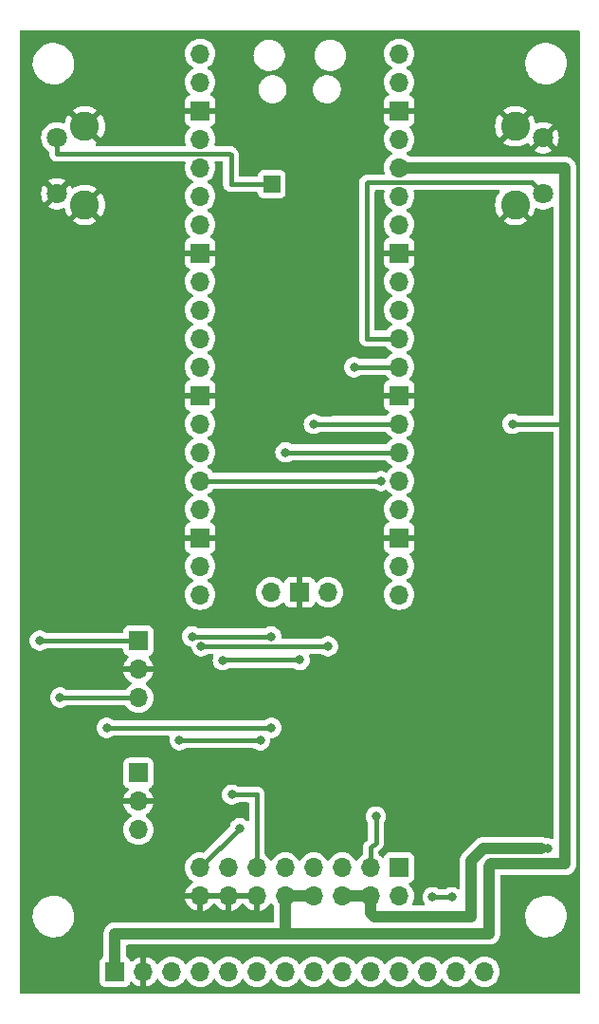
<source format=gbr>
%TF.GenerationSoftware,KiCad,Pcbnew,7.0.1*%
%TF.CreationDate,2023-04-12T13:42:12+09:00*%
%TF.ProjectId,KiCad,4b694361-642e-46b6-9963-61645f706362,rev?*%
%TF.SameCoordinates,PX7270e00PY8b3c880*%
%TF.FileFunction,Copper,L2,Bot*%
%TF.FilePolarity,Positive*%
%FSLAX46Y46*%
G04 Gerber Fmt 4.6, Leading zero omitted, Abs format (unit mm)*
G04 Created by KiCad (PCBNEW 7.0.1) date 2023-04-12 13:42:12*
%MOMM*%
%LPD*%
G01*
G04 APERTURE LIST*
%TA.AperFunction,ComponentPad*%
%ADD10O,1.700000X1.700000*%
%TD*%
%TA.AperFunction,ComponentPad*%
%ADD11R,1.700000X1.700000*%
%TD*%
%TA.AperFunction,ComponentPad*%
%ADD12R,1.500000X1.500000*%
%TD*%
%TA.AperFunction,ComponentPad*%
%ADD13C,1.800000*%
%TD*%
%TA.AperFunction,ComponentPad*%
%ADD14C,2.600000*%
%TD*%
%TA.AperFunction,ViaPad*%
%ADD15C,0.800000*%
%TD*%
%TA.AperFunction,Conductor*%
%ADD16C,0.400000*%
%TD*%
%TA.AperFunction,Conductor*%
%ADD17C,1.000000*%
%TD*%
G04 APERTURE END LIST*
D10*
%TO.P,U1,1,GPIO0*%
%TO.N,/GP0*%
X16110000Y83880000D03*
%TO.P,U1,2,GPIO1*%
%TO.N,/GP1*%
X16110000Y81340000D03*
D11*
%TO.P,U1,3,GND*%
%TO.N,GND*%
X16110000Y78800000D03*
D10*
%TO.P,U1,4,GPIO2*%
%TO.N,/GP2*%
X16110000Y76260000D03*
%TO.P,U1,5,GPIO3*%
%TO.N,/GP3*%
X16110000Y73720000D03*
%TO.P,U1,6,GPIO4*%
%TO.N,/GP4*%
X16110000Y71180000D03*
%TO.P,U1,7,GPIO5*%
%TO.N,/GP5*%
X16110000Y68640000D03*
D11*
%TO.P,U1,8,GND*%
%TO.N,GND*%
X16110000Y66100000D03*
D10*
%TO.P,U1,9,GPIO6*%
%TO.N,/GP6*%
X16110000Y63560000D03*
%TO.P,U1,10,GPIO7*%
%TO.N,/GP7*%
X16110000Y61020000D03*
%TO.P,U1,11,GPIO8*%
%TO.N,/GP8*%
X16110000Y58480000D03*
%TO.P,U1,12,GPIO9*%
%TO.N,/GP9*%
X16110000Y55940000D03*
D11*
%TO.P,U1,13,GND*%
%TO.N,GND*%
X16110000Y53400000D03*
D10*
%TO.P,U1,14,GPIO10*%
%TO.N,/GP10*%
X16110000Y50860000D03*
%TO.P,U1,15,GPIO11*%
%TO.N,/GP11*%
X16110000Y48320000D03*
%TO.P,U1,16,GPIO12*%
%TO.N,/GP12*%
X16110000Y45780000D03*
%TO.P,U1,17,GPIO13*%
%TO.N,/GP13*%
X16110000Y43240000D03*
D11*
%TO.P,U1,18,GND*%
%TO.N,GND*%
X16110000Y40700000D03*
D10*
%TO.P,U1,19,GPIO14*%
%TO.N,/GP14*%
X16110000Y38160000D03*
%TO.P,U1,20,GPIO15*%
%TO.N,/GP15*%
X16110000Y35620000D03*
%TO.P,U1,21,GPIO16*%
%TO.N,/GP16*%
X33890000Y35620000D03*
%TO.P,U1,22,GPIO17*%
%TO.N,/GP17*%
X33890000Y38160000D03*
D11*
%TO.P,U1,23,GND*%
%TO.N,GND*%
X33890000Y40700000D03*
D10*
%TO.P,U1,24,GPIO18*%
%TO.N,/GP18*%
X33890000Y43240000D03*
%TO.P,U1,25,GPIO19*%
%TO.N,/GP19*%
X33890000Y45780000D03*
%TO.P,U1,26,GPIO20*%
%TO.N,/GP20*%
X33890000Y48320000D03*
%TO.P,U1,27,GPIO21*%
%TO.N,/GP21*%
X33890000Y50860000D03*
D11*
%TO.P,U1,28,GND*%
%TO.N,GND*%
X33890000Y53400000D03*
D10*
%TO.P,U1,29,GPIO22*%
%TO.N,/GP22*%
X33890000Y55940000D03*
%TO.P,U1,30,RUN*%
%TO.N,/RUN*%
X33890000Y58480000D03*
%TO.P,U1,31,GPIO26_ADC0*%
%TO.N,/GP26*%
X33890000Y61020000D03*
%TO.P,U1,32,GPIO27_ADC1*%
%TO.N,/GP27*%
X33890000Y63560000D03*
D11*
%TO.P,U1,33,AGND*%
%TO.N,GND*%
X33890000Y66100000D03*
D10*
%TO.P,U1,34,GPIO28_ADC2*%
%TO.N,/GP28*%
X33890000Y68640000D03*
%TO.P,U1,35,ADC_VREF*%
%TO.N,/ADC_VREF*%
X33890000Y71180000D03*
%TO.P,U1,36,3V3*%
%TO.N,/3V3*%
X33890000Y73720000D03*
%TO.P,U1,37,3V3_EN*%
%TO.N,/3V3_EN*%
X33890000Y76260000D03*
D11*
%TO.P,U1,38,GND*%
%TO.N,GND*%
X33890000Y78800000D03*
D10*
%TO.P,U1,39,VSYS*%
%TO.N,/VSYS*%
X33890000Y81340000D03*
%TO.P,U1,40,VBUS*%
%TO.N,/VBUS*%
X33890000Y83880000D03*
%TO.P,U1,41,SWCLK*%
%TO.N,Net-(U1-SWCLK)*%
X22460000Y35850000D03*
D11*
%TO.P,U1,42,GND*%
%TO.N,GND*%
X25000000Y35850000D03*
D10*
%TO.P,U1,43,SWDIO*%
%TO.N,Net-(U1-SWDIO)*%
X27540000Y35850000D03*
D12*
%TO.P,U1,44,TP6*%
%TO.N,Net-(U1-TP6)*%
X22500000Y72250000D03*
%TD*%
D13*
%TO.P,SW1,1,1*%
%TO.N,/RUN*%
X46750000Y71400000D03*
%TO.P,SW1,2,2*%
%TO.N,GND*%
X46750000Y76400000D03*
D14*
%TO.P,SW1,3,3*%
X44250000Y77400000D03*
%TO.P,SW1,4,4*%
X44250000Y70400000D03*
%TD*%
D13*
%TO.P,SW2,1,1*%
%TO.N,Net-(U1-TP6)*%
X3300000Y76400000D03*
%TO.P,SW2,2,2*%
%TO.N,GND*%
X3300000Y71400000D03*
D14*
%TO.P,SW2,3,3*%
X5800000Y70400000D03*
%TO.P,SW2,4,4*%
X5800000Y77400000D03*
%TD*%
D11*
%TO.P,LCD1,1,VCC*%
%TO.N,/3V3*%
X8490000Y2000000D03*
D10*
%TO.P,LCD1,2,GND*%
%TO.N,GND*%
X11030000Y2000000D03*
%TO.P,LCD1,3,~{CS}*%
%TO.N,Net-(LCD1-~{CS})*%
X13570000Y2000000D03*
%TO.P,LCD1,4,~{RESET}*%
%TO.N,/GP15*%
X16110000Y2000000D03*
%TO.P,LCD1,5,DC/RS*%
%TO.N,Net-(LCD1-DC{slash}RS)*%
X18650000Y2000000D03*
%TO.P,LCD1,6,MOSI*%
%TO.N,Net-(LCD1-MOSI)*%
X21190000Y2000000D03*
%TO.P,LCD1,7,SCK*%
%TO.N,Net-(LCD1-SCK)*%
X23730000Y2000000D03*
%TO.P,LCD1,8,LED*%
%TO.N,/GP13*%
X26270000Y2000000D03*
%TO.P,LCD1,9,MISO*%
%TO.N,Net-(LCD1-MISO)*%
X28810000Y2000000D03*
%TO.P,LCD1,10,T_CLK*%
%TO.N,Net-(LCD1-T_CLK)*%
X31350000Y2000000D03*
%TO.P,LCD1,11,T_CS*%
%TO.N,Net-(LCD1-T_CS)*%
X33890000Y2000000D03*
%TO.P,LCD1,12,T_DIN*%
%TO.N,Net-(LCD1-T_DIN)*%
X36430000Y2000000D03*
%TO.P,LCD1,13,T_DO*%
%TO.N,Net-(LCD1-T_DO)*%
X38970000Y2000000D03*
%TO.P,LCD1,14,T-IRQ*%
%TO.N,unconnected-(LCD1-T-IRQ-Pad14)*%
X41510000Y2000000D03*
%TD*%
D11*
%TO.P,J1,1,Pin_1*%
%TO.N,/GP27*%
X33875000Y11275000D03*
D10*
%TO.P,J1,2,Pin_2*%
%TO.N,/GP28*%
X33875000Y8735000D03*
%TO.P,J1,3,Pin_3*%
%TO.N,/GP26*%
X31335000Y11275000D03*
%TO.P,J1,4,Pin_4*%
%TO.N,/VSYS*%
X31335000Y8735000D03*
%TO.P,J1,5,Pin_5*%
%TO.N,/GP22*%
X28795000Y11275000D03*
%TO.P,J1,6,Pin_6*%
%TO.N,/VSYS*%
X28795000Y8735000D03*
%TO.P,J1,7,Pin_7*%
%TO.N,/GP21*%
X26255000Y11275000D03*
%TO.P,J1,8,Pin_8*%
%TO.N,/3V3*%
X26255000Y8735000D03*
%TO.P,J1,9,Pin_9*%
%TO.N,/GP20*%
X23715000Y11275000D03*
%TO.P,J1,10,Pin_10*%
%TO.N,/3V3*%
X23715000Y8735000D03*
%TO.P,J1,11,Pin_11*%
%TO.N,/GP6*%
X21175000Y11275000D03*
%TO.P,J1,12,Pin_12*%
%TO.N,GND*%
X21175000Y8735000D03*
%TO.P,J1,13,Pin_13*%
%TO.N,/GP5*%
X18635000Y11275000D03*
%TO.P,J1,14,Pin_14*%
%TO.N,GND*%
X18635000Y8735000D03*
%TO.P,J1,15,Pin_15*%
%TO.N,/GP4*%
X16095000Y11275000D03*
%TO.P,J1,16,Pin_16*%
%TO.N,GND*%
X16095000Y8735000D03*
%TD*%
D11*
%TO.P,J2,1,Pin_1*%
%TO.N,/SWCLK*%
X10600000Y19725000D03*
D10*
%TO.P,J2,2,Pin_2*%
%TO.N,GND*%
X10600000Y17185000D03*
%TO.P,J2,3,Pin_3*%
%TO.N,/SWDIO*%
X10600000Y14645000D03*
%TD*%
%TO.P,J3,3,Pin_3*%
%TO.N,/UART0_RX*%
X10600000Y26445000D03*
%TO.P,J3,2,Pin_2*%
%TO.N,GND*%
X10600000Y28985000D03*
D11*
%TO.P,J3,1,Pin_1*%
%TO.N,/UART0_TX*%
X10600000Y31525000D03*
%TD*%
D15*
%TO.N,/GP4*%
X19650000Y14800000D03*
%TO.N,Net-(LCD1-MOSI)*%
X21475000Y22625000D03*
%TO.N,Net-(LCD1-SCK)*%
X22475000Y23750000D03*
%TO.N,Net-(LCD1-T_CLK)*%
X38575000Y8650000D03*
X36875000Y8650000D03*
%TO.N,/GP26*%
X31800000Y15850000D03*
%TO.N,Net-(LCD1-MOSI)*%
X14250000Y22650000D03*
%TO.N,/GP21*%
X26250000Y50850000D03*
%TO.N,/GP20*%
X23725000Y48325000D03*
%TO.N,/GP22*%
X29850000Y55925000D03*
%TO.N,/GP6*%
X18950000Y17800000D03*
%TO.N,/UART0_RX*%
X3600000Y26450000D03*
%TO.N,/UART0_TX*%
X1775000Y31525000D03*
%TO.N,GND*%
X9425000Y10575000D03*
%TO.N,/3V3*%
X9425000Y5400000D03*
%TO.N,Net-(LCD1-SCK)*%
X7750000Y23750000D03*
%TO.N,/GP12*%
X32250000Y45750000D03*
%TO.N,/GP13*%
X18125000Y29775000D03*
X25000000Y29800000D03*
%TO.N,Net-(U1-SWDIO)*%
X16200000Y31025000D03*
X27525000Y31025000D03*
%TO.N,Net-(U1-SWCLK)*%
X22450000Y31900000D03*
X15375000Y31900000D03*
%TO.N,/VSYS*%
X46050000Y13025000D03*
%TO.N,/3V3*%
X44000000Y50875000D03*
%TO.N,/VSYS*%
X47150000Y13000000D03*
%TD*%
D16*
%TO.N,/GP4*%
X19620000Y14800000D02*
X16095000Y11275000D01*
X19650000Y14800000D02*
X19620000Y14800000D01*
%TO.N,Net-(LCD1-MOSI)*%
X21475000Y22625000D02*
X14275000Y22625000D01*
X14275000Y22625000D02*
X14250000Y22650000D01*
%TO.N,Net-(LCD1-SCK)*%
X7750000Y23750000D02*
X22475000Y23750000D01*
%TO.N,Net-(U1-TP6)*%
X3300000Y75000000D02*
X3300000Y76400000D01*
X3330000Y74970000D02*
X3300000Y75000000D01*
X18850000Y74875000D02*
X18755000Y74970000D01*
X18850000Y72275000D02*
X18850000Y74875000D01*
X18755000Y74970000D02*
X3330000Y74970000D01*
X22500000Y72250000D02*
X18875000Y72250000D01*
X18875000Y72250000D02*
X18850000Y72275000D01*
%TO.N,Net-(LCD1-T_CLK)*%
X38575000Y8650000D02*
X36875000Y8650000D01*
%TO.N,/GP26*%
X31800000Y13525000D02*
X31335000Y13060000D01*
X31800000Y15850000D02*
X31800000Y13525000D01*
X31335000Y13060000D02*
X31335000Y11275000D01*
%TO.N,/GP21*%
X27875000Y50850000D02*
X27885000Y50860000D01*
X26250000Y50850000D02*
X27875000Y50850000D01*
%TO.N,/GP20*%
X27415999Y48325000D02*
X27420999Y48320000D01*
X23725000Y48325000D02*
X27415999Y48325000D01*
%TO.N,/GP22*%
X29865000Y55940000D02*
X33890000Y55940000D01*
X29850000Y55925000D02*
X29865000Y55940000D01*
%TO.N,/GP6*%
X21175000Y11275000D02*
X21175000Y17800000D01*
X18950000Y17800000D02*
X21175000Y17800000D01*
%TO.N,/GP13*%
X18150000Y29800000D02*
X18125000Y29775000D01*
X25000000Y29800000D02*
X18150000Y29800000D01*
%TO.N,/UART0_RX*%
X3605000Y26445000D02*
X3600000Y26450000D01*
X10600000Y26445000D02*
X3605000Y26445000D01*
%TO.N,/UART0_TX*%
X10600000Y31525000D02*
X1775000Y31525000D01*
D17*
%TO.N,/3V3*%
X9425000Y5400000D02*
X8500000Y5400000D01*
X23700000Y5400000D02*
X9425000Y5400000D01*
D16*
%TO.N,/GP20*%
X33890000Y48320000D02*
X27420999Y48320000D01*
%TO.N,/GP12*%
X32220000Y45780000D02*
X16110000Y45780000D01*
X32250000Y45750000D02*
X32220000Y45780000D01*
%TO.N,Net-(U1-SWDIO)*%
X27525000Y31025000D02*
X16200000Y31025000D01*
%TO.N,Net-(U1-SWCLK)*%
X22450000Y31900000D02*
X15375000Y31900000D01*
D17*
%TO.N,/VSYS*%
X31335000Y8735000D02*
X31335000Y7265000D01*
X31700000Y6900000D02*
X40300000Y6900000D01*
X31335000Y7265000D02*
X31700000Y6900000D01*
X40300000Y6900000D02*
X40300000Y11900000D01*
X40300000Y11900000D02*
X41400000Y13000000D01*
X41400000Y13000000D02*
X46600000Y13000000D01*
D16*
%TO.N,/GP21*%
X27885000Y50860000D02*
X33890000Y50860000D01*
D17*
%TO.N,/3V3*%
X48700000Y50875000D02*
X48700000Y11600000D01*
D16*
X44000000Y50875000D02*
X48700000Y50875000D01*
D17*
X48700000Y61100000D02*
X48700000Y50875000D01*
D16*
%TO.N,/RUN*%
X31000000Y72375000D02*
X31055000Y72430000D01*
X31055000Y72430000D02*
X45720000Y72430000D01*
X31000000Y58475000D02*
X31000000Y72375000D01*
X45720000Y72430000D02*
X46750000Y71400000D01*
X33890000Y58480000D02*
X31005000Y58480000D01*
X31005000Y58480000D02*
X31000000Y58475000D01*
D17*
%TO.N,/3V3*%
X8490000Y5390000D02*
X8490000Y2000000D01*
X48700000Y73700000D02*
X48700000Y61100000D01*
X23715000Y5415000D02*
X23700000Y5400000D01*
X48700000Y11600000D02*
X42100000Y11600000D01*
X41900000Y11400000D02*
X41900000Y5400000D01*
X23715000Y8735000D02*
X23715000Y5415000D01*
X23715000Y8735000D02*
X26255000Y8735000D01*
X33890000Y73720000D02*
X48680000Y73720000D01*
X42100000Y11600000D02*
X41900000Y11400000D01*
X48680000Y73720000D02*
X48700000Y73700000D01*
X8500000Y5400000D02*
X8490000Y5390000D01*
X28800000Y5400000D02*
X23700000Y5400000D01*
X41900000Y5400000D02*
X28800000Y5400000D01*
%TO.N,/VSYS*%
X28795000Y8735000D02*
X31335000Y8735000D01*
%TD*%
%TA.AperFunction,Conductor*%
%TO.N,GND*%
G36*
X49937500Y85982887D02*
G01*
X49982887Y85937500D01*
X49999500Y85875500D01*
X49999500Y124500D01*
X49982887Y62500D01*
X49937500Y17113D01*
X49875500Y500D01*
X124500Y500D01*
X62500Y17113D01*
X17113Y62500D01*
X500Y124500D01*
X500Y1102131D01*
X7139500Y1102131D01*
X7141455Y1083947D01*
X7145909Y1042517D01*
X7196204Y907669D01*
X7282454Y792454D01*
X7397669Y706204D01*
X7532517Y655909D01*
X7592127Y649500D01*
X9387872Y649501D01*
X9447483Y655909D01*
X9582331Y706204D01*
X9697546Y792454D01*
X9783796Y907669D01*
X9833003Y1039602D01*
X9867981Y1089979D01*
X9922826Y1117432D01*
X9984119Y1115243D01*
X10036865Y1083947D01*
X10158918Y961894D01*
X10352423Y826400D01*
X10566507Y726570D01*
X10779999Y669365D01*
X10780000Y669364D01*
X10780000Y669365D01*
X11280000Y669365D01*
X11493492Y726570D01*
X11707576Y826400D01*
X11901081Y961894D01*
X12068109Y1128922D01*
X12198119Y1314595D01*
X12242437Y1353461D01*
X12299694Y1367472D01*
X12356951Y1353461D01*
X12401267Y1314598D01*
X12531505Y1128599D01*
X12698599Y961505D01*
X12892170Y825965D01*
X13106337Y726097D01*
X13334592Y664937D01*
X13570000Y644341D01*
X13805408Y664937D01*
X14033663Y726097D01*
X14247830Y825965D01*
X14441401Y961505D01*
X14608495Y1128599D01*
X14738426Y1314161D01*
X14782743Y1353025D01*
X14840000Y1367036D01*
X14897257Y1353025D01*
X14941573Y1314161D01*
X15071505Y1128599D01*
X15238599Y961505D01*
X15432170Y825965D01*
X15646337Y726097D01*
X15874592Y664937D01*
X16110000Y644341D01*
X16345408Y664937D01*
X16573663Y726097D01*
X16787830Y825965D01*
X16981401Y961505D01*
X17148495Y1128599D01*
X17278426Y1314161D01*
X17322743Y1353025D01*
X17380000Y1367036D01*
X17437257Y1353025D01*
X17481573Y1314161D01*
X17611505Y1128599D01*
X17778599Y961505D01*
X17972170Y825965D01*
X18186337Y726097D01*
X18414592Y664937D01*
X18650000Y644341D01*
X18885408Y664937D01*
X19113663Y726097D01*
X19327830Y825965D01*
X19521401Y961505D01*
X19688495Y1128599D01*
X19818426Y1314161D01*
X19862743Y1353025D01*
X19920000Y1367036D01*
X19977257Y1353025D01*
X20021573Y1314161D01*
X20151505Y1128599D01*
X20318599Y961505D01*
X20512170Y825965D01*
X20726337Y726097D01*
X20954592Y664937D01*
X21190000Y644341D01*
X21425408Y664937D01*
X21653663Y726097D01*
X21867830Y825965D01*
X22061401Y961505D01*
X22228495Y1128599D01*
X22358426Y1314161D01*
X22402743Y1353025D01*
X22460000Y1367036D01*
X22517257Y1353025D01*
X22561573Y1314161D01*
X22691505Y1128599D01*
X22858599Y961505D01*
X23052170Y825965D01*
X23266337Y726097D01*
X23494592Y664937D01*
X23730000Y644341D01*
X23965408Y664937D01*
X24193663Y726097D01*
X24407830Y825965D01*
X24601401Y961505D01*
X24768495Y1128599D01*
X24898426Y1314161D01*
X24942743Y1353025D01*
X25000000Y1367036D01*
X25057257Y1353025D01*
X25101573Y1314161D01*
X25231505Y1128599D01*
X25398599Y961505D01*
X25592170Y825965D01*
X25806337Y726097D01*
X26034592Y664937D01*
X26270000Y644341D01*
X26505408Y664937D01*
X26733663Y726097D01*
X26947830Y825965D01*
X27141401Y961505D01*
X27308495Y1128599D01*
X27438426Y1314161D01*
X27482743Y1353025D01*
X27540000Y1367036D01*
X27597257Y1353025D01*
X27641573Y1314161D01*
X27771505Y1128599D01*
X27938599Y961505D01*
X28132170Y825965D01*
X28346337Y726097D01*
X28574592Y664937D01*
X28810000Y644341D01*
X29045408Y664937D01*
X29273663Y726097D01*
X29487830Y825965D01*
X29681401Y961505D01*
X29848495Y1128599D01*
X29978426Y1314161D01*
X30022743Y1353025D01*
X30080000Y1367036D01*
X30137257Y1353025D01*
X30181573Y1314161D01*
X30311505Y1128599D01*
X30478599Y961505D01*
X30672170Y825965D01*
X30886337Y726097D01*
X31114592Y664937D01*
X31350000Y644341D01*
X31585408Y664937D01*
X31813663Y726097D01*
X32027830Y825965D01*
X32221401Y961505D01*
X32388495Y1128599D01*
X32518426Y1314161D01*
X32562743Y1353025D01*
X32620000Y1367036D01*
X32677257Y1353025D01*
X32721573Y1314161D01*
X32851505Y1128599D01*
X33018599Y961505D01*
X33212170Y825965D01*
X33426337Y726097D01*
X33654592Y664937D01*
X33890000Y644341D01*
X34125408Y664937D01*
X34353663Y726097D01*
X34567830Y825965D01*
X34761401Y961505D01*
X34928495Y1128599D01*
X35058426Y1314161D01*
X35102743Y1353025D01*
X35160000Y1367036D01*
X35217257Y1353025D01*
X35261573Y1314161D01*
X35391505Y1128599D01*
X35558599Y961505D01*
X35752170Y825965D01*
X35966337Y726097D01*
X36194592Y664937D01*
X36430000Y644341D01*
X36665408Y664937D01*
X36893663Y726097D01*
X37107830Y825965D01*
X37301401Y961505D01*
X37468495Y1128599D01*
X37598426Y1314161D01*
X37642743Y1353025D01*
X37700000Y1367036D01*
X37757257Y1353025D01*
X37801573Y1314161D01*
X37931505Y1128599D01*
X38098599Y961505D01*
X38292170Y825965D01*
X38506337Y726097D01*
X38734592Y664937D01*
X38970000Y644341D01*
X39205408Y664937D01*
X39433663Y726097D01*
X39647830Y825965D01*
X39841401Y961505D01*
X40008495Y1128599D01*
X40138426Y1314161D01*
X40182743Y1353025D01*
X40240000Y1367036D01*
X40297257Y1353025D01*
X40341573Y1314161D01*
X40471505Y1128599D01*
X40638599Y961505D01*
X40832170Y825965D01*
X41046337Y726097D01*
X41274592Y664937D01*
X41510000Y644341D01*
X41745408Y664937D01*
X41973663Y726097D01*
X42187830Y825965D01*
X42381401Y961505D01*
X42548495Y1128599D01*
X42684035Y1322170D01*
X42783903Y1536337D01*
X42845063Y1764592D01*
X42865659Y2000000D01*
X42845063Y2235408D01*
X42783903Y2463663D01*
X42684035Y2677829D01*
X42548495Y2871401D01*
X42381401Y3038495D01*
X42187830Y3174035D01*
X41973663Y3273903D01*
X41912501Y3290291D01*
X41745407Y3335064D01*
X41510000Y3355660D01*
X41274592Y3335064D01*
X41046336Y3273903D01*
X40832170Y3174035D01*
X40638598Y3038495D01*
X40471505Y2871402D01*
X40341575Y2685841D01*
X40297257Y2646975D01*
X40240000Y2632964D01*
X40182743Y2646975D01*
X40138425Y2685841D01*
X40008494Y2871402D01*
X39841404Y3038492D01*
X39841401Y3038495D01*
X39647830Y3174035D01*
X39433663Y3273903D01*
X39372501Y3290291D01*
X39205407Y3335064D01*
X38970000Y3355660D01*
X38734592Y3335064D01*
X38506336Y3273903D01*
X38292170Y3174035D01*
X38098598Y3038495D01*
X37931505Y2871402D01*
X37801575Y2685841D01*
X37757257Y2646975D01*
X37700000Y2632964D01*
X37642743Y2646975D01*
X37598425Y2685841D01*
X37468494Y2871402D01*
X37301404Y3038492D01*
X37301401Y3038495D01*
X37107830Y3174035D01*
X36893663Y3273903D01*
X36832501Y3290291D01*
X36665407Y3335064D01*
X36430000Y3355660D01*
X36194592Y3335064D01*
X35966336Y3273903D01*
X35752170Y3174035D01*
X35558598Y3038495D01*
X35391505Y2871402D01*
X35261575Y2685841D01*
X35217257Y2646975D01*
X35160000Y2632964D01*
X35102743Y2646975D01*
X35058425Y2685841D01*
X34928494Y2871402D01*
X34761404Y3038492D01*
X34761401Y3038495D01*
X34567830Y3174035D01*
X34353663Y3273903D01*
X34292501Y3290291D01*
X34125407Y3335064D01*
X33890000Y3355660D01*
X33654592Y3335064D01*
X33426336Y3273903D01*
X33212170Y3174035D01*
X33018598Y3038495D01*
X32851505Y2871402D01*
X32721575Y2685841D01*
X32677257Y2646975D01*
X32620000Y2632964D01*
X32562743Y2646975D01*
X32518425Y2685841D01*
X32388494Y2871402D01*
X32221404Y3038492D01*
X32221401Y3038495D01*
X32027830Y3174035D01*
X31813663Y3273903D01*
X31752501Y3290291D01*
X31585407Y3335064D01*
X31350000Y3355660D01*
X31114592Y3335064D01*
X30886336Y3273903D01*
X30672170Y3174035D01*
X30478598Y3038495D01*
X30311505Y2871402D01*
X30181575Y2685841D01*
X30137257Y2646975D01*
X30080000Y2632964D01*
X30022743Y2646975D01*
X29978425Y2685841D01*
X29848494Y2871402D01*
X29681404Y3038492D01*
X29681401Y3038495D01*
X29487830Y3174035D01*
X29273663Y3273903D01*
X29212501Y3290291D01*
X29045407Y3335064D01*
X28810000Y3355660D01*
X28574592Y3335064D01*
X28346336Y3273903D01*
X28132170Y3174035D01*
X27938598Y3038495D01*
X27771505Y2871402D01*
X27641575Y2685841D01*
X27597257Y2646975D01*
X27540000Y2632964D01*
X27482743Y2646975D01*
X27438425Y2685841D01*
X27308494Y2871402D01*
X27141404Y3038492D01*
X27141401Y3038495D01*
X26947830Y3174035D01*
X26733663Y3273903D01*
X26672501Y3290291D01*
X26505407Y3335064D01*
X26270000Y3355660D01*
X26034592Y3335064D01*
X25806336Y3273903D01*
X25592170Y3174035D01*
X25398598Y3038495D01*
X25231505Y2871402D01*
X25101575Y2685841D01*
X25057257Y2646975D01*
X25000000Y2632964D01*
X24942743Y2646975D01*
X24898425Y2685841D01*
X24768494Y2871402D01*
X24601404Y3038492D01*
X24601401Y3038495D01*
X24407830Y3174035D01*
X24193663Y3273903D01*
X24132501Y3290291D01*
X23965407Y3335064D01*
X23730000Y3355660D01*
X23494592Y3335064D01*
X23266336Y3273903D01*
X23052170Y3174035D01*
X22858598Y3038495D01*
X22691505Y2871402D01*
X22561575Y2685841D01*
X22517257Y2646975D01*
X22460000Y2632964D01*
X22402743Y2646975D01*
X22358425Y2685841D01*
X22228494Y2871402D01*
X22061404Y3038492D01*
X22061401Y3038495D01*
X21867830Y3174035D01*
X21653663Y3273903D01*
X21592501Y3290291D01*
X21425407Y3335064D01*
X21190000Y3355660D01*
X20954592Y3335064D01*
X20726336Y3273903D01*
X20512170Y3174035D01*
X20318598Y3038495D01*
X20151505Y2871402D01*
X20021575Y2685841D01*
X19977257Y2646975D01*
X19920000Y2632964D01*
X19862743Y2646975D01*
X19818425Y2685841D01*
X19688494Y2871402D01*
X19521404Y3038492D01*
X19521401Y3038495D01*
X19327830Y3174035D01*
X19113663Y3273903D01*
X19052501Y3290291D01*
X18885407Y3335064D01*
X18650000Y3355660D01*
X18414592Y3335064D01*
X18186336Y3273903D01*
X17972170Y3174035D01*
X17778598Y3038495D01*
X17611505Y2871402D01*
X17481575Y2685841D01*
X17437257Y2646975D01*
X17380000Y2632964D01*
X17322743Y2646975D01*
X17278425Y2685841D01*
X17148494Y2871402D01*
X16981404Y3038492D01*
X16981401Y3038495D01*
X16787830Y3174035D01*
X16573663Y3273903D01*
X16512501Y3290291D01*
X16345407Y3335064D01*
X16110000Y3355660D01*
X15874592Y3335064D01*
X15646336Y3273903D01*
X15432170Y3174035D01*
X15238598Y3038495D01*
X15071505Y2871402D01*
X14941575Y2685841D01*
X14897257Y2646975D01*
X14840000Y2632964D01*
X14782743Y2646975D01*
X14738425Y2685841D01*
X14608494Y2871402D01*
X14441404Y3038492D01*
X14441401Y3038495D01*
X14247830Y3174035D01*
X14033663Y3273903D01*
X13972501Y3290291D01*
X13805407Y3335064D01*
X13570000Y3355660D01*
X13334592Y3335064D01*
X13106336Y3273903D01*
X12892170Y3174035D01*
X12698598Y3038495D01*
X12531508Y2871405D01*
X12401269Y2685404D01*
X12356951Y2646539D01*
X12299694Y2632528D01*
X12242437Y2646539D01*
X12198119Y2685405D01*
X12068109Y2871079D01*
X11901081Y3038107D01*
X11707576Y3173601D01*
X11493492Y3273431D01*
X11280000Y3330636D01*
X11280000Y669365D01*
X10780000Y669365D01*
X10780000Y3330636D01*
X10779999Y3330636D01*
X10566507Y3273431D01*
X10352421Y3173600D01*
X10158924Y3038112D01*
X10036865Y2916053D01*
X9984118Y2884758D01*
X9922825Y2882569D01*
X9867981Y2910022D01*
X9833002Y2960402D01*
X9804018Y3038112D01*
X9783796Y3092331D01*
X9697546Y3207546D01*
X9582331Y3293796D01*
X9579307Y3294924D01*
X9571165Y3297961D01*
X9528929Y3324400D01*
X9500512Y3365330D01*
X9490500Y3414142D01*
X9490500Y4275500D01*
X9507113Y4337500D01*
X9552500Y4382887D01*
X9614500Y4399500D01*
X23598259Y4399500D01*
X23685721Y4399500D01*
X23688863Y4399460D01*
X23776359Y4397243D01*
X23776359Y4397244D01*
X23776363Y4397243D01*
X23778105Y4397556D01*
X23799981Y4399500D01*
X28698259Y4399500D01*
X28850742Y4399500D01*
X41871499Y4399500D01*
X41877778Y4399342D01*
X41950936Y4395631D01*
X42023339Y4406724D01*
X42029557Y4407516D01*
X42102438Y4414926D01*
X42117801Y4419747D01*
X42136150Y4424005D01*
X42143372Y4425112D01*
X42152071Y4426444D01*
X42220777Y4451891D01*
X42226672Y4453906D01*
X42296588Y4475841D01*
X42310674Y4483661D01*
X42327781Y4491521D01*
X42342887Y4497114D01*
X42405056Y4535866D01*
X42410450Y4539041D01*
X42474502Y4574591D01*
X42486720Y4585082D01*
X42501898Y4596227D01*
X42515571Y4604748D01*
X42568692Y4655245D01*
X42573328Y4659432D01*
X42628895Y4707134D01*
X42638752Y4719869D01*
X42651375Y4733841D01*
X42663053Y4744941D01*
X42704939Y4805123D01*
X42708577Y4810076D01*
X42753448Y4868042D01*
X42760546Y4882515D01*
X42770093Y4898732D01*
X42779295Y4911951D01*
X42808186Y4979278D01*
X42810791Y4984946D01*
X42843060Y5050729D01*
X42847096Y5066320D01*
X42853186Y5084139D01*
X42859540Y5098942D01*
X42874288Y5170713D01*
X42875694Y5176778D01*
X42894063Y5247715D01*
X42894879Y5263807D01*
X42897258Y5282484D01*
X42900500Y5298258D01*
X42900500Y5371499D01*
X42900659Y5377780D01*
X42904369Y5450936D01*
X42901930Y5466856D01*
X42900500Y5485635D01*
X42900500Y6852236D01*
X45145787Y6852236D01*
X45175413Y6582984D01*
X45195774Y6505102D01*
X45243928Y6320912D01*
X45321788Y6137693D01*
X45349871Y6071608D01*
X45490982Y5840389D01*
X45664253Y5632182D01*
X45664255Y5632180D01*
X45865998Y5451418D01*
X46091910Y5301956D01*
X46099799Y5298258D01*
X46337177Y5186979D01*
X46596562Y5108942D01*
X46596569Y5108940D01*
X46864561Y5069500D01*
X47067631Y5069500D01*
X47067634Y5069500D01*
X47270156Y5084323D01*
X47270156Y5084324D01*
X47534553Y5143220D01*
X47787558Y5239986D01*
X48023777Y5372559D01*
X48238177Y5538112D01*
X48426186Y5733119D01*
X48583799Y5953421D01*
X48707656Y6194325D01*
X48795118Y6450695D01*
X48844319Y6717067D01*
X48854212Y6987765D01*
X48824586Y7257018D01*
X48756072Y7519088D01*
X48650130Y7768390D01*
X48534489Y7957875D01*
X48509017Y7999612D01*
X48335746Y8207819D01*
X48264855Y8271337D01*
X48134002Y8388582D01*
X47908090Y8538044D01*
X47908086Y8538046D01*
X47662822Y8653022D01*
X47403437Y8731059D01*
X47403431Y8731060D01*
X47135439Y8770500D01*
X46932369Y8770500D01*
X46932366Y8770500D01*
X46729843Y8755678D01*
X46465449Y8696781D01*
X46212441Y8600014D01*
X45976223Y8467441D01*
X45761825Y8301891D01*
X45573813Y8106880D01*
X45416201Y7886580D01*
X45292342Y7645671D01*
X45204881Y7389305D01*
X45155680Y7122934D01*
X45145787Y6852236D01*
X42900500Y6852236D01*
X42900500Y10475500D01*
X42917113Y10537500D01*
X42962500Y10582887D01*
X43024500Y10599500D01*
X48671499Y10599500D01*
X48677778Y10599342D01*
X48750936Y10595631D01*
X48823339Y10606724D01*
X48829557Y10607516D01*
X48902438Y10614926D01*
X48917801Y10619747D01*
X48936150Y10624005D01*
X48943372Y10625112D01*
X48952071Y10626444D01*
X49020777Y10651891D01*
X49026672Y10653906D01*
X49096588Y10675841D01*
X49110674Y10683661D01*
X49127781Y10691521D01*
X49142887Y10697114D01*
X49205056Y10735866D01*
X49210450Y10739041D01*
X49274502Y10774591D01*
X49286720Y10785082D01*
X49301898Y10796227D01*
X49315571Y10804748D01*
X49368692Y10855245D01*
X49373328Y10859432D01*
X49428895Y10907134D01*
X49438752Y10919869D01*
X49451375Y10933841D01*
X49463053Y10944941D01*
X49504939Y11005123D01*
X49508577Y11010076D01*
X49553448Y11068042D01*
X49560546Y11082515D01*
X49570093Y11098732D01*
X49579295Y11111951D01*
X49608186Y11179278D01*
X49610791Y11184946D01*
X49643060Y11250729D01*
X49647096Y11266320D01*
X49653186Y11284139D01*
X49659540Y11298942D01*
X49674288Y11370713D01*
X49675694Y11376778D01*
X49694063Y11447715D01*
X49694879Y11463807D01*
X49697258Y11482484D01*
X49700500Y11498258D01*
X49700500Y11571499D01*
X49700659Y11577780D01*
X49704369Y11650936D01*
X49701930Y11666856D01*
X49700500Y11685635D01*
X49700500Y73685761D01*
X49700540Y73688903D01*
X49702756Y73776362D01*
X49692351Y73834415D01*
X49691042Y73843747D01*
X49685074Y73902438D01*
X49675967Y73931463D01*
X49672223Y73946714D01*
X49666857Y73976657D01*
X49644976Y74031435D01*
X49641816Y74040311D01*
X49639056Y74049108D01*
X49624159Y74096588D01*
X49609395Y74123188D01*
X49602660Y74137369D01*
X49599412Y74145500D01*
X49591377Y74165617D01*
X49558917Y74214869D01*
X49554036Y74222926D01*
X49530326Y74265643D01*
X49525409Y74274502D01*
X49505582Y74297597D01*
X49496146Y74310112D01*
X49479402Y74335519D01*
X49437681Y74377239D01*
X49431288Y74384138D01*
X49392865Y74428897D01*
X49376389Y74441650D01*
X49362416Y74454274D01*
X49335059Y74483054D01*
X49286642Y74516753D01*
X49279119Y74522425D01*
X49233405Y74559700D01*
X49206440Y74573785D01*
X49193019Y74581916D01*
X49168049Y74599295D01*
X49168048Y74599296D01*
X49168046Y74599297D01*
X49113845Y74622557D01*
X49105336Y74626598D01*
X49053053Y74653908D01*
X49047126Y74655604D01*
X49023798Y74662279D01*
X49009020Y74667541D01*
X48981058Y74679540D01*
X48923272Y74691417D01*
X48914128Y74693662D01*
X48857421Y74709887D01*
X48827075Y74712198D01*
X48811534Y74714378D01*
X48781742Y74720500D01*
X48781741Y74720500D01*
X48722758Y74720500D01*
X48713344Y74720858D01*
X48704198Y74721555D01*
X48654524Y74725337D01*
X48654523Y74725337D01*
X48624349Y74721494D01*
X48608683Y74720500D01*
X34850758Y74720500D01*
X34803305Y74729939D01*
X34763077Y74756819D01*
X34761401Y74758495D01*
X34686239Y74811124D01*
X34575839Y74888427D01*
X34536975Y74932743D01*
X34522964Y74990000D01*
X34536975Y75047257D01*
X34575839Y75091574D01*
X34761401Y75221505D01*
X34787545Y75247649D01*
X45951199Y75247649D01*
X45981650Y75223949D01*
X46185700Y75113523D01*
X46405140Y75038189D01*
X46633993Y75000000D01*
X46866007Y75000000D01*
X47094859Y75038189D01*
X47314296Y75113522D01*
X47518353Y75223952D01*
X47548798Y75247649D01*
X46750000Y76046447D01*
X45951199Y75247649D01*
X34787545Y75247649D01*
X34928495Y75388599D01*
X35064035Y75582170D01*
X35163903Y75796337D01*
X35208104Y75961298D01*
X43164848Y75961298D01*
X43347479Y75836783D01*
X43590542Y75719730D01*
X43848339Y75640209D01*
X44115109Y75600000D01*
X44384891Y75600000D01*
X44651660Y75640209D01*
X44909460Y75719730D01*
X45152523Y75836783D01*
X45272185Y75918367D01*
X45322350Y75938341D01*
X45376247Y75935101D01*
X45423658Y75909263D01*
X45455593Y75865724D01*
X45514516Y75731391D01*
X45598812Y75602367D01*
X46396446Y76400000D01*
X47103553Y76400000D01*
X47901186Y75602366D01*
X47985483Y75731393D01*
X48078680Y75943862D01*
X48135638Y76168783D01*
X48154798Y76400000D01*
X48135638Y76631218D01*
X48078680Y76856140D01*
X47985484Y77068608D01*
X47901186Y77197636D01*
X47103553Y76400000D01*
X46396446Y76400000D01*
X46750000Y76753553D01*
X47548799Y77552353D01*
X47518349Y77576052D01*
X47314299Y77686478D01*
X47094859Y77761812D01*
X46866007Y77800000D01*
X46633993Y77800000D01*
X46405140Y77761812D01*
X46175981Y77683141D01*
X46175274Y77685199D01*
X46136851Y77674750D01*
X46081320Y77685720D01*
X46036451Y77720227D01*
X46011593Y77771081D01*
X45974853Y77932049D01*
X45876291Y78183179D01*
X45741398Y78416822D01*
X45687704Y78484153D01*
X44250000Y77046447D01*
X43164848Y75961298D01*
X35208104Y75961298D01*
X35225063Y76024592D01*
X35245659Y76260000D01*
X35225063Y76495408D01*
X35163903Y76723663D01*
X35064035Y76937829D01*
X34928495Y77131401D01*
X34806181Y77253716D01*
X34774885Y77306461D01*
X34772696Y77367754D01*
X34788837Y77400000D01*
X42444952Y77400000D01*
X42465113Y77130974D01*
X42525146Y76867951D01*
X42623708Y76616822D01*
X42758598Y76383184D01*
X42812295Y76315850D01*
X43896447Y77399999D01*
X43896447Y77400000D01*
X42812295Y78484152D01*
X42758598Y78416818D01*
X42623708Y78183179D01*
X42525146Y77932050D01*
X42465113Y77669027D01*
X42444952Y77400000D01*
X34788837Y77400000D01*
X34800149Y77422599D01*
X34850528Y77457578D01*
X34982089Y77506648D01*
X35097188Y77592812D01*
X35183352Y77707911D01*
X35233597Y77842625D01*
X35240000Y77902176D01*
X35240000Y78550000D01*
X32540000Y78550000D01*
X32540000Y77902176D01*
X32546402Y77842625D01*
X32596647Y77707911D01*
X32682811Y77592812D01*
X32797911Y77506648D01*
X32929471Y77457578D01*
X32979850Y77422599D01*
X33007303Y77367754D01*
X33005114Y77306461D01*
X32973819Y77253715D01*
X32851503Y77131399D01*
X32715965Y76937830D01*
X32616097Y76723664D01*
X32554936Y76495408D01*
X32534340Y76260001D01*
X32554936Y76024593D01*
X32585839Y75909263D01*
X32616097Y75796337D01*
X32715965Y75582170D01*
X32851505Y75388599D01*
X33018599Y75221505D01*
X33204160Y75091574D01*
X33243024Y75047257D01*
X33257035Y74990000D01*
X33243024Y74932743D01*
X33204158Y74888425D01*
X33063695Y74790071D01*
X33018595Y74758492D01*
X32851505Y74591402D01*
X32715965Y74397830D01*
X32616097Y74183664D01*
X32554936Y73955408D01*
X32534340Y73720001D01*
X32554936Y73484593D01*
X32607990Y73286593D01*
X32609832Y73230309D01*
X32586591Y73179014D01*
X32543059Y73143288D01*
X32488215Y73130500D01*
X31079921Y73130500D01*
X31072434Y73130726D01*
X31012391Y73134359D01*
X30953227Y73123517D01*
X30945828Y73122390D01*
X30886124Y73115140D01*
X30876651Y73111547D01*
X30855047Y73105524D01*
X30845069Y73103695D01*
X30790225Y73079013D01*
X30783310Y73076149D01*
X30727070Y73054819D01*
X30718723Y73049057D01*
X30699187Y73038039D01*
X30689944Y73033879D01*
X30642608Y72996795D01*
X30636582Y72992361D01*
X30587072Y72958184D01*
X30547184Y72913162D01*
X30542052Y72907711D01*
X30522290Y72887949D01*
X30516838Y72882817D01*
X30471816Y72842930D01*
X30437649Y72793432D01*
X30433213Y72787403D01*
X30396121Y72740058D01*
X30391961Y72730814D01*
X30380941Y72711275D01*
X30375182Y72702931D01*
X30353853Y72646695D01*
X30350989Y72639781D01*
X30326303Y72584930D01*
X30324475Y72574953D01*
X30318454Y72553352D01*
X30314859Y72543872D01*
X30307609Y72484173D01*
X30306483Y72476774D01*
X30295641Y72417609D01*
X30299274Y72357566D01*
X30299500Y72350079D01*
X30299500Y58549927D01*
X30297469Y58527576D01*
X30295642Y58517607D01*
X30299274Y58457566D01*
X30299500Y58450079D01*
X30299500Y58432622D01*
X30301603Y58415297D01*
X30302281Y58407844D01*
X30305913Y58347802D01*
X30308927Y58338132D01*
X30313638Y58316191D01*
X30314860Y58306126D01*
X30336189Y58249882D01*
X30338631Y58242806D01*
X30356522Y58185393D01*
X30361762Y58176725D01*
X30371586Y58156550D01*
X30375182Y58147069D01*
X30409348Y58097570D01*
X30413414Y58091283D01*
X30444529Y58039814D01*
X30451692Y58032651D01*
X30466060Y58015411D01*
X30471817Y58007071D01*
X30516846Y57967179D01*
X30522283Y57962060D01*
X30564815Y57919528D01*
X30573489Y57914285D01*
X30591560Y57900989D01*
X30599148Y57894266D01*
X30599150Y57894265D01*
X30652386Y57866324D01*
X30658909Y57862645D01*
X30710392Y57831523D01*
X30710394Y57831522D01*
X30720064Y57828509D01*
X30740795Y57819924D01*
X30749775Y57815210D01*
X30808185Y57800814D01*
X30815374Y57798810D01*
X30872804Y57780914D01*
X30882916Y57780303D01*
X30905104Y57776926D01*
X30914944Y57774500D01*
X30975079Y57774500D01*
X30982566Y57774274D01*
X30985706Y57774085D01*
X31042606Y57770642D01*
X31052575Y57772469D01*
X31074927Y57774500D01*
X31085058Y57774500D01*
X31090726Y57775897D01*
X31120399Y57779500D01*
X32667289Y57779500D01*
X32724546Y57765489D01*
X32768863Y57726624D01*
X32851505Y57608599D01*
X33018599Y57441505D01*
X33204160Y57311574D01*
X33243024Y57267257D01*
X33257035Y57210000D01*
X33243024Y57152743D01*
X33204159Y57108425D01*
X33018595Y56978492D01*
X32851505Y56811402D01*
X32768864Y56693377D01*
X32724546Y56654511D01*
X32667289Y56640500D01*
X30437510Y56640500D01*
X30399192Y56646569D01*
X30364625Y56664182D01*
X30345063Y56678395D01*
X30302727Y56709154D01*
X30129802Y56786145D01*
X29944648Y56825500D01*
X29944646Y56825500D01*
X29755354Y56825500D01*
X29755352Y56825500D01*
X29570197Y56786145D01*
X29397269Y56709152D01*
X29244129Y56597890D01*
X29117466Y56457217D01*
X29022820Y56293285D01*
X28964326Y56113258D01*
X28944540Y55925000D01*
X28964326Y55736743D01*
X29022820Y55556716D01*
X29117466Y55392784D01*
X29244129Y55252111D01*
X29397269Y55140849D01*
X29570197Y55063856D01*
X29755352Y55024500D01*
X29755354Y55024500D01*
X29944646Y55024500D01*
X29944648Y55024500D01*
X30068084Y55050738D01*
X30129803Y55063856D01*
X30302730Y55140849D01*
X30405917Y55215819D01*
X30440484Y55233431D01*
X30478802Y55239500D01*
X32667289Y55239500D01*
X32724546Y55225489D01*
X32768864Y55186623D01*
X32851505Y55068599D01*
X32973818Y54946286D01*
X33005114Y54893540D01*
X33007303Y54832247D01*
X32979850Y54777403D01*
X32929472Y54742424D01*
X32797913Y54693354D01*
X32682811Y54607189D01*
X32596647Y54492090D01*
X32546402Y54357376D01*
X32540000Y54297824D01*
X32540000Y53650000D01*
X35240000Y53650000D01*
X35240000Y54297824D01*
X35233597Y54357376D01*
X35183352Y54492090D01*
X35097188Y54607189D01*
X34982088Y54693353D01*
X34850528Y54742423D01*
X34800149Y54777403D01*
X34772696Y54832248D01*
X34774885Y54893540D01*
X34806178Y54946283D01*
X34928495Y55068599D01*
X35064035Y55262170D01*
X35163903Y55476337D01*
X35225063Y55704592D01*
X35245659Y55940000D01*
X35225063Y56175408D01*
X35163903Y56403663D01*
X35064035Y56617829D01*
X34928495Y56811401D01*
X34761401Y56978495D01*
X34575839Y57108427D01*
X34536975Y57152743D01*
X34522964Y57210000D01*
X34536975Y57267257D01*
X34575839Y57311574D01*
X34761401Y57441505D01*
X34928495Y57608599D01*
X35064035Y57802170D01*
X35163903Y58016337D01*
X35225063Y58244592D01*
X35245659Y58480000D01*
X35225063Y58715408D01*
X35163903Y58943663D01*
X35064035Y59157829D01*
X34928495Y59351401D01*
X34761401Y59518495D01*
X34575839Y59648427D01*
X34536975Y59692743D01*
X34522964Y59750000D01*
X34536975Y59807257D01*
X34575839Y59851574D01*
X34761401Y59981505D01*
X34928495Y60148599D01*
X35064035Y60342170D01*
X35163903Y60556337D01*
X35225063Y60784592D01*
X35245659Y61020000D01*
X35225063Y61255408D01*
X35163903Y61483663D01*
X35064035Y61697829D01*
X34928495Y61891401D01*
X34761401Y62058495D01*
X34575839Y62188427D01*
X34536975Y62232743D01*
X34522964Y62290000D01*
X34536975Y62347257D01*
X34575839Y62391574D01*
X34761401Y62521505D01*
X34928495Y62688599D01*
X35064035Y62882170D01*
X35163903Y63096337D01*
X35225063Y63324592D01*
X35245659Y63560000D01*
X35225063Y63795408D01*
X35163903Y64023663D01*
X35064035Y64237829D01*
X34928495Y64431401D01*
X34806181Y64553716D01*
X34774885Y64606461D01*
X34772696Y64667754D01*
X34800149Y64722599D01*
X34850528Y64757578D01*
X34982089Y64806648D01*
X35097188Y64892812D01*
X35183352Y65007911D01*
X35233597Y65142625D01*
X35240000Y65202176D01*
X35240000Y65850000D01*
X32540000Y65850000D01*
X32540000Y65202176D01*
X32546402Y65142625D01*
X32596647Y65007911D01*
X32682811Y64892812D01*
X32797911Y64806648D01*
X32929471Y64757578D01*
X32979850Y64722599D01*
X33007303Y64667754D01*
X33005114Y64606461D01*
X32973819Y64553715D01*
X32851503Y64431399D01*
X32715965Y64237830D01*
X32616097Y64023664D01*
X32554936Y63795408D01*
X32534340Y63560001D01*
X32554936Y63324593D01*
X32599709Y63157499D01*
X32616097Y63096337D01*
X32715965Y62882170D01*
X32851505Y62688599D01*
X33018599Y62521505D01*
X33204160Y62391574D01*
X33243024Y62347257D01*
X33257035Y62290000D01*
X33243024Y62232743D01*
X33204159Y62188425D01*
X33018595Y62058492D01*
X32851505Y61891402D01*
X32715965Y61697830D01*
X32616097Y61483664D01*
X32554936Y61255408D01*
X32534340Y61020000D01*
X32554936Y60784593D01*
X32599709Y60617498D01*
X32616097Y60556337D01*
X32715965Y60342170D01*
X32851505Y60148599D01*
X33018599Y59981505D01*
X33204160Y59851574D01*
X33243024Y59807257D01*
X33257035Y59750000D01*
X33243024Y59692743D01*
X33204159Y59648425D01*
X33018595Y59518492D01*
X32851505Y59351402D01*
X32768864Y59233377D01*
X32724546Y59194511D01*
X32667289Y59180500D01*
X31824500Y59180500D01*
X31762500Y59197113D01*
X31717113Y59242500D01*
X31700500Y59304500D01*
X31700500Y71605500D01*
X31717113Y71667500D01*
X31762500Y71712887D01*
X31824500Y71729500D01*
X32477497Y71729500D01*
X32532341Y71716712D01*
X32575873Y71680986D01*
X32599114Y71629691D01*
X32597272Y71573407D01*
X32554936Y71415408D01*
X32534340Y71180000D01*
X32554936Y70944593D01*
X32599709Y70777498D01*
X32616097Y70716337D01*
X32715965Y70502170D01*
X32851505Y70308599D01*
X33018599Y70141505D01*
X33204160Y70011574D01*
X33243024Y69967257D01*
X33257035Y69910000D01*
X33243024Y69852743D01*
X33204159Y69808425D01*
X33018595Y69678492D01*
X32851505Y69511402D01*
X32715965Y69317830D01*
X32616097Y69103664D01*
X32554936Y68875408D01*
X32534340Y68640001D01*
X32554936Y68404593D01*
X32599709Y68237498D01*
X32616097Y68176337D01*
X32715965Y67962170D01*
X32851505Y67768599D01*
X32851508Y67768596D01*
X32973818Y67646286D01*
X33005114Y67593540D01*
X33007303Y67532247D01*
X32979850Y67477403D01*
X32929472Y67442424D01*
X32797913Y67393354D01*
X32682811Y67307189D01*
X32596647Y67192090D01*
X32546402Y67057376D01*
X32540000Y66997824D01*
X32540000Y66350000D01*
X35240000Y66350000D01*
X35240000Y66997824D01*
X35233597Y67057376D01*
X35183352Y67192090D01*
X35097188Y67307189D01*
X34982088Y67393353D01*
X34850528Y67442423D01*
X34800149Y67477403D01*
X34772696Y67532248D01*
X34774885Y67593540D01*
X34806178Y67646283D01*
X34928495Y67768599D01*
X35064035Y67962170D01*
X35163903Y68176337D01*
X35225063Y68404592D01*
X35245659Y68640000D01*
X35225063Y68875408D01*
X35202049Y68961298D01*
X43164848Y68961298D01*
X43347479Y68836783D01*
X43590542Y68719730D01*
X43848339Y68640209D01*
X44115109Y68600000D01*
X44384891Y68600000D01*
X44651660Y68640209D01*
X44909460Y68719730D01*
X45152523Y68836783D01*
X45335150Y68961298D01*
X44250000Y70046447D01*
X43164848Y68961298D01*
X35202049Y68961298D01*
X35163903Y69103663D01*
X35064035Y69317829D01*
X34928495Y69511401D01*
X34761401Y69678495D01*
X34575839Y69808427D01*
X34536976Y69852743D01*
X34522965Y69910000D01*
X34536976Y69967257D01*
X34575839Y70011574D01*
X34761401Y70141505D01*
X34928495Y70308599D01*
X35064035Y70502170D01*
X35163903Y70716337D01*
X35225063Y70944592D01*
X35245659Y71180000D01*
X35225063Y71415408D01*
X35187262Y71556485D01*
X35182728Y71573407D01*
X35180886Y71629691D01*
X35204127Y71680986D01*
X35247659Y71716712D01*
X35302503Y71729500D01*
X42750466Y71729500D01*
X42816438Y71710494D01*
X42862186Y71659301D01*
X42873686Y71591616D01*
X42847413Y71528187D01*
X42758599Y71416819D01*
X42623708Y71183179D01*
X42525146Y70932050D01*
X42465113Y70669027D01*
X42444952Y70400000D01*
X42465113Y70130974D01*
X42525146Y69867951D01*
X42623708Y69616822D01*
X42758598Y69383184D01*
X42812295Y69315850D01*
X44162318Y70665872D01*
X44217905Y70697966D01*
X44282093Y70697966D01*
X44337680Y70665872D01*
X45687703Y69315849D01*
X45687704Y69315850D01*
X45741400Y69383182D01*
X45876291Y69616822D01*
X45974853Y69867952D01*
X46011478Y70028415D01*
X46036346Y70079281D01*
X46081234Y70113788D01*
X46136783Y70124744D01*
X46175063Y70114317D01*
X46175779Y70116400D01*
X46405015Y70037703D01*
X46405017Y70037703D01*
X46405019Y70037702D01*
X46633951Y69999500D01*
X46866048Y69999500D01*
X46866049Y69999500D01*
X47094981Y70037702D01*
X47314503Y70113064D01*
X47516486Y70222373D01*
X47578062Y70237290D01*
X47638974Y70219839D01*
X47683312Y70174575D01*
X47699500Y70113316D01*
X47699500Y51699500D01*
X47682887Y51637500D01*
X47637500Y51592113D01*
X47575500Y51575500D01*
X44608156Y51575500D01*
X44569838Y51581569D01*
X44535270Y51599182D01*
X44515732Y51613377D01*
X44452730Y51659151D01*
X44452729Y51659152D01*
X44452727Y51659153D01*
X44279802Y51736145D01*
X44094648Y51775500D01*
X44094646Y51775500D01*
X43905354Y51775500D01*
X43905352Y51775500D01*
X43720197Y51736145D01*
X43547269Y51659152D01*
X43394129Y51547890D01*
X43267466Y51407217D01*
X43172820Y51243285D01*
X43114326Y51063258D01*
X43094540Y50875000D01*
X43114326Y50686743D01*
X43172820Y50506716D01*
X43267466Y50342784D01*
X43394129Y50202111D01*
X43547269Y50090849D01*
X43720197Y50013856D01*
X43905352Y49974500D01*
X43905354Y49974500D01*
X44094646Y49974500D01*
X44094648Y49974500D01*
X44218083Y50000738D01*
X44279803Y50013856D01*
X44452730Y50090849D01*
X44535271Y50150819D01*
X44569838Y50168431D01*
X44608156Y50174500D01*
X47575500Y50174500D01*
X47637500Y50157887D01*
X47682887Y50112500D01*
X47699500Y50050500D01*
X47699500Y13932010D01*
X47684473Y13872842D01*
X47643035Y13828015D01*
X47585228Y13808392D01*
X47525064Y13818731D01*
X47429802Y13861145D01*
X47244648Y13900500D01*
X47244646Y13900500D01*
X47064119Y13900500D01*
X47015220Y13910549D01*
X46901058Y13959540D01*
X46701741Y14000500D01*
X46701739Y14000500D01*
X41414279Y14000500D01*
X41411137Y14000540D01*
X41323637Y14002758D01*
X41265580Y13992352D01*
X41256251Y13991043D01*
X41197562Y13985074D01*
X41168527Y13975965D01*
X41153290Y13972226D01*
X41123350Y13966859D01*
X41068567Y13944978D01*
X41059698Y13941821D01*
X41003410Y13924159D01*
X40976809Y13909395D01*
X40962639Y13902665D01*
X40934385Y13891378D01*
X40885121Y13858913D01*
X40877070Y13854036D01*
X40825498Y13825410D01*
X40802414Y13805593D01*
X40789887Y13796147D01*
X40764481Y13779402D01*
X40722775Y13737697D01*
X40715868Y13731296D01*
X40671103Y13692865D01*
X40652480Y13668807D01*
X40642108Y13657031D01*
X39602645Y12617567D01*
X39600398Y12615376D01*
X39536948Y12555060D01*
X39503244Y12506638D01*
X39497573Y12499118D01*
X39460301Y12453407D01*
X39446210Y12426434D01*
X39438082Y12413017D01*
X39420705Y12388050D01*
X39397439Y12333835D01*
X39393399Y12325329D01*
X39366090Y12273048D01*
X39357720Y12243799D01*
X39352459Y12229022D01*
X39340460Y12201058D01*
X39328587Y12143287D01*
X39326342Y12134140D01*
X39310113Y12077420D01*
X39307802Y12047075D01*
X39305622Y12031534D01*
X39299500Y12001741D01*
X39299500Y11942758D01*
X39299142Y11933344D01*
X39294663Y11874523D01*
X39298506Y11844349D01*
X39299500Y11828683D01*
X39299500Y9480063D01*
X39281227Y9415273D01*
X39231795Y9369578D01*
X39165771Y9356445D01*
X39102615Y9379745D01*
X39027730Y9434152D01*
X38854802Y9511145D01*
X38669648Y9550500D01*
X38669646Y9550500D01*
X38480354Y9550500D01*
X38480352Y9550500D01*
X38295197Y9511145D01*
X38122272Y9434153D01*
X38070406Y9396470D01*
X38047387Y9379745D01*
X38039730Y9374182D01*
X38005162Y9356569D01*
X37966844Y9350500D01*
X37483156Y9350500D01*
X37444838Y9356569D01*
X37410270Y9374182D01*
X37402613Y9379745D01*
X37327730Y9434151D01*
X37327729Y9434152D01*
X37327727Y9434153D01*
X37154802Y9511145D01*
X36969648Y9550500D01*
X36969646Y9550500D01*
X36780354Y9550500D01*
X36780352Y9550500D01*
X36595197Y9511145D01*
X36422269Y9434152D01*
X36269129Y9322890D01*
X36142466Y9182217D01*
X36047820Y9018285D01*
X35989326Y8838258D01*
X35969540Y8650001D01*
X35989326Y8461743D01*
X36047820Y8281716D01*
X36142466Y8117784D01*
X36151752Y8107471D01*
X36179033Y8057845D01*
X36181404Y8001264D01*
X36158370Y7949529D01*
X36114736Y7913432D01*
X36059601Y7900500D01*
X35170619Y7900500D01*
X35110976Y7915786D01*
X35066038Y7957875D01*
X35046884Y8016390D01*
X35058236Y8076903D01*
X35148903Y8271337D01*
X35210063Y8499592D01*
X35230659Y8735000D01*
X35210063Y8970408D01*
X35148903Y9198663D01*
X35049035Y9412829D01*
X34913495Y9606401D01*
X34791569Y9728327D01*
X34760273Y9781073D01*
X34758084Y9842366D01*
X34785537Y9897211D01*
X34835916Y9932190D01*
X34967331Y9981204D01*
X35082546Y10067454D01*
X35168796Y10182669D01*
X35219091Y10317517D01*
X35225500Y10377127D01*
X35225499Y12172872D01*
X35219091Y12232483D01*
X35168796Y12367331D01*
X35082546Y12482546D01*
X34967331Y12568796D01*
X34832483Y12619091D01*
X34772873Y12625500D01*
X34772869Y12625500D01*
X32977130Y12625500D01*
X32917515Y12619091D01*
X32782669Y12568796D01*
X32667454Y12482546D01*
X32581204Y12367331D01*
X32532189Y12235917D01*
X32497209Y12185538D01*
X32442365Y12158085D01*
X32381072Y12160274D01*
X32328326Y12191570D01*
X32206401Y12313495D01*
X32129515Y12367331D01*
X32088376Y12396137D01*
X32049511Y12440454D01*
X32035500Y12497711D01*
X32035500Y12718481D01*
X32044939Y12765933D01*
X32071816Y12806160D01*
X32277747Y13012092D01*
X32283151Y13017178D01*
X32328183Y13057071D01*
X32362358Y13106584D01*
X32366779Y13112593D01*
X32403877Y13159943D01*
X32408033Y13169180D01*
X32419058Y13188727D01*
X32424818Y13197070D01*
X32446154Y13253332D01*
X32449014Y13260234D01*
X32473694Y13315068D01*
X32475519Y13325029D01*
X32481545Y13346652D01*
X32485140Y13356128D01*
X32492389Y13415835D01*
X32493516Y13423238D01*
X32493849Y13425057D01*
X32504357Y13482394D01*
X32500726Y13542423D01*
X32500500Y13549910D01*
X32500500Y15234608D01*
X32508736Y15279045D01*
X32532350Y15317580D01*
X32532533Y15317784D01*
X32627179Y15481716D01*
X32660462Y15584151D01*
X32685674Y15661744D01*
X32705460Y15850000D01*
X32685674Y16038256D01*
X32627179Y16218284D01*
X32627179Y16218285D01*
X32532533Y16382217D01*
X32405870Y16522890D01*
X32252730Y16634152D01*
X32079802Y16711145D01*
X31894648Y16750500D01*
X31894646Y16750500D01*
X31705354Y16750500D01*
X31705352Y16750500D01*
X31520197Y16711145D01*
X31347269Y16634152D01*
X31194129Y16522890D01*
X31067466Y16382217D01*
X30972820Y16218285D01*
X30914326Y16038258D01*
X30894540Y15850000D01*
X30914326Y15661743D01*
X30972820Y15481716D01*
X31067466Y15317784D01*
X31067650Y15317580D01*
X31091264Y15279045D01*
X31099500Y15234608D01*
X31099500Y13866519D01*
X31090061Y13819066D01*
X31063183Y13778841D01*
X30890851Y13606509D01*
X30857290Y13572948D01*
X30851838Y13567817D01*
X30806816Y13527930D01*
X30772649Y13478432D01*
X30768213Y13472403D01*
X30731121Y13425058D01*
X30726961Y13415814D01*
X30715941Y13396275D01*
X30710182Y13387931D01*
X30688853Y13331695D01*
X30685989Y13324781D01*
X30661303Y13269930D01*
X30659475Y13259953D01*
X30653454Y13238352D01*
X30649859Y13228872D01*
X30642609Y13169173D01*
X30641483Y13161774D01*
X30630641Y13102609D01*
X30634274Y13042566D01*
X30634500Y13035079D01*
X30634500Y12497711D01*
X30620489Y12440454D01*
X30581623Y12396136D01*
X30463598Y12313495D01*
X30296505Y12146402D01*
X30166575Y11960841D01*
X30122257Y11921975D01*
X30065000Y11907964D01*
X30007743Y11921975D01*
X29963425Y11960841D01*
X29908531Y12039238D01*
X29833495Y12146401D01*
X29666401Y12313495D01*
X29472830Y12449035D01*
X29258663Y12548903D01*
X29197502Y12565291D01*
X29030407Y12610064D01*
X28795000Y12630660D01*
X28559592Y12610064D01*
X28331336Y12548903D01*
X28117170Y12449035D01*
X27923598Y12313495D01*
X27756505Y12146402D01*
X27626575Y11960841D01*
X27582257Y11921975D01*
X27525000Y11907964D01*
X27467743Y11921975D01*
X27423425Y11960841D01*
X27368531Y12039238D01*
X27293495Y12146401D01*
X27126401Y12313495D01*
X26932830Y12449035D01*
X26718663Y12548903D01*
X26657502Y12565291D01*
X26490407Y12610064D01*
X26255000Y12630660D01*
X26019592Y12610064D01*
X25791336Y12548903D01*
X25577170Y12449035D01*
X25383598Y12313495D01*
X25216505Y12146402D01*
X25086575Y11960841D01*
X25042257Y11921975D01*
X24985000Y11907964D01*
X24927743Y11921975D01*
X24883425Y11960841D01*
X24828531Y12039238D01*
X24753495Y12146401D01*
X24586401Y12313495D01*
X24392830Y12449035D01*
X24178663Y12548903D01*
X24117502Y12565291D01*
X23950407Y12610064D01*
X23715000Y12630660D01*
X23479592Y12610064D01*
X23251336Y12548903D01*
X23037170Y12449035D01*
X22843598Y12313495D01*
X22676505Y12146402D01*
X22546575Y11960841D01*
X22502257Y11921975D01*
X22445000Y11907964D01*
X22387743Y11921975D01*
X22343425Y11960841D01*
X22288531Y12039238D01*
X22213495Y12146401D01*
X22046401Y12313495D01*
X21928376Y12396137D01*
X21889511Y12440454D01*
X21875500Y12497711D01*
X21875500Y17885056D01*
X21867080Y17919214D01*
X21864380Y17933947D01*
X21860140Y17968872D01*
X21847665Y18001767D01*
X21843210Y18016063D01*
X21834790Y18050224D01*
X21834790Y18050225D01*
X21818433Y18081390D01*
X21812297Y18095025D01*
X21799818Y18127930D01*
X21779829Y18156888D01*
X21772082Y18169703D01*
X21755734Y18200852D01*
X21732394Y18227198D01*
X21723178Y18238962D01*
X21703183Y18267929D01*
X21703181Y18267932D01*
X21676847Y18291261D01*
X21666263Y18301844D01*
X21642929Y18328183D01*
X21642925Y18328186D01*
X21613965Y18348177D01*
X21602180Y18357410D01*
X21575851Y18380735D01*
X21544705Y18397082D01*
X21531891Y18404828D01*
X21502929Y18424819D01*
X21470026Y18437298D01*
X21456377Y18443441D01*
X21425227Y18459789D01*
X21425226Y18459790D01*
X21425225Y18459790D01*
X21391048Y18468215D01*
X21376776Y18472662D01*
X21343872Y18485140D01*
X21343867Y18485142D01*
X21308942Y18489383D01*
X21294220Y18492081D01*
X21260059Y18500500D01*
X21260056Y18500500D01*
X21217372Y18500500D01*
X19558156Y18500500D01*
X19519838Y18506569D01*
X19485270Y18524182D01*
X19402727Y18584153D01*
X19229802Y18661145D01*
X19044648Y18700500D01*
X19044646Y18700500D01*
X18855354Y18700500D01*
X18855352Y18700500D01*
X18670197Y18661145D01*
X18497269Y18584152D01*
X18344129Y18472890D01*
X18217466Y18332217D01*
X18122820Y18168285D01*
X18064326Y17988258D01*
X18044540Y17800001D01*
X18064326Y17611743D01*
X18122820Y17431716D01*
X18217466Y17267784D01*
X18344129Y17127111D01*
X18497269Y17015849D01*
X18670197Y16938856D01*
X18855352Y16899500D01*
X18855354Y16899500D01*
X19044646Y16899500D01*
X19044648Y16899500D01*
X19168084Y16925738D01*
X19229803Y16938856D01*
X19402730Y17015849D01*
X19485271Y17075819D01*
X19519838Y17093431D01*
X19558156Y17099500D01*
X20350500Y17099500D01*
X20412500Y17082887D01*
X20457887Y17037500D01*
X20474500Y16975500D01*
X20474500Y15553107D01*
X20460389Y15495658D01*
X20421268Y15451284D01*
X20366041Y15430085D01*
X20307277Y15436884D01*
X20258350Y15470135D01*
X20255869Y15472890D01*
X20102730Y15584152D01*
X19929802Y15661145D01*
X19744648Y15700500D01*
X19744646Y15700500D01*
X19555354Y15700500D01*
X19555352Y15700500D01*
X19370197Y15661145D01*
X19197269Y15584152D01*
X19044129Y15472890D01*
X18917466Y15332217D01*
X18822820Y15168285D01*
X18764325Y14988253D01*
X18762658Y14972394D01*
X18751258Y14931974D01*
X18727019Y14897678D01*
X16466994Y12637653D01*
X16411408Y12605560D01*
X16347222Y12605559D01*
X16330410Y12610064D01*
X16094999Y12630660D01*
X15859592Y12610064D01*
X15631336Y12548903D01*
X15417170Y12449035D01*
X15223598Y12313495D01*
X15056505Y12146402D01*
X14920965Y11952830D01*
X14821097Y11738664D01*
X14759936Y11510408D01*
X14739340Y11275000D01*
X14759936Y11039593D01*
X14804709Y10872498D01*
X14821097Y10811337D01*
X14920965Y10597170D01*
X15056505Y10403599D01*
X15223599Y10236505D01*
X15409597Y10106268D01*
X15448460Y10061952D01*
X15462471Y10004695D01*
X15448461Y9947439D01*
X15409595Y9903120D01*
X15223919Y9773108D01*
X15056890Y9606079D01*
X14921400Y9412579D01*
X14821569Y9198493D01*
X14764364Y8985001D01*
X14764364Y8985000D01*
X21301000Y8985000D01*
X21363000Y8968387D01*
X21408387Y8923000D01*
X21425000Y8861000D01*
X21425000Y7404365D01*
X21638492Y7461570D01*
X21852576Y7561400D01*
X22046081Y7696894D01*
X22213109Y7863922D01*
X22343119Y8049595D01*
X22387437Y8088461D01*
X22444694Y8102472D01*
X22501951Y8088461D01*
X22546267Y8049598D01*
X22676505Y7863599D01*
X22676508Y7863596D01*
X22678181Y7861923D01*
X22705061Y7821695D01*
X22714500Y7774242D01*
X22714500Y6524500D01*
X22697887Y6462500D01*
X22652500Y6417113D01*
X22590500Y6400500D01*
X9526741Y6400500D01*
X8514262Y6400500D01*
X8511121Y6400540D01*
X8509839Y6400573D01*
X8423637Y6402758D01*
X8365580Y6392352D01*
X8356251Y6391043D01*
X8297562Y6385074D01*
X8268527Y6375965D01*
X8253290Y6372226D01*
X8223350Y6366859D01*
X8168567Y6344978D01*
X8159698Y6341821D01*
X8103410Y6324159D01*
X8076809Y6309395D01*
X8062639Y6302665D01*
X8034385Y6291378D01*
X7985121Y6258913D01*
X7977070Y6254036D01*
X7925498Y6225410D01*
X7902414Y6205593D01*
X7889887Y6196147D01*
X7864481Y6179402D01*
X7822771Y6137693D01*
X7815863Y6131292D01*
X7771104Y6092866D01*
X7759794Y6078256D01*
X7747176Y6064290D01*
X7726946Y6045060D01*
X7693245Y5996640D01*
X7687573Y5989118D01*
X7650301Y5943407D01*
X7636210Y5916434D01*
X7628082Y5903017D01*
X7610705Y5878050D01*
X7587439Y5823835D01*
X7583399Y5815329D01*
X7556090Y5763048D01*
X7547720Y5733799D01*
X7542459Y5719022D01*
X7530460Y5691058D01*
X7518587Y5633287D01*
X7516342Y5624140D01*
X7500113Y5567420D01*
X7497802Y5537075D01*
X7495622Y5521534D01*
X7489500Y5491741D01*
X7489500Y5432758D01*
X7489142Y5423344D01*
X7484663Y5364523D01*
X7488506Y5334349D01*
X7489500Y5318683D01*
X7489500Y3414142D01*
X7479488Y3365330D01*
X7451071Y3324400D01*
X7408835Y3297961D01*
X7397671Y3293797D01*
X7397670Y3293797D01*
X7397669Y3293796D01*
X7370465Y3273431D01*
X7282454Y3207546D01*
X7196204Y3092332D01*
X7145909Y2957484D01*
X7139500Y2897870D01*
X7139500Y1102131D01*
X500Y1102131D01*
X500Y6852236D01*
X1145787Y6852236D01*
X1175413Y6582984D01*
X1195774Y6505102D01*
X1243928Y6320912D01*
X1321788Y6137693D01*
X1349871Y6071608D01*
X1490982Y5840389D01*
X1664253Y5632182D01*
X1664255Y5632180D01*
X1865998Y5451418D01*
X2091910Y5301956D01*
X2099799Y5298258D01*
X2337177Y5186979D01*
X2596562Y5108942D01*
X2596569Y5108940D01*
X2864561Y5069500D01*
X3067631Y5069500D01*
X3067634Y5069500D01*
X3270156Y5084323D01*
X3270156Y5084324D01*
X3534553Y5143220D01*
X3787558Y5239986D01*
X4023777Y5372559D01*
X4238177Y5538112D01*
X4426186Y5733119D01*
X4583799Y5953421D01*
X4707656Y6194325D01*
X4795118Y6450695D01*
X4844319Y6717067D01*
X4854212Y6987765D01*
X4824586Y7257018D01*
X4756072Y7519088D01*
X4650130Y7768390D01*
X4534489Y7957875D01*
X4509017Y7999612D01*
X4335746Y8207819D01*
X4264855Y8271337D01*
X4134002Y8388582D01*
X3988266Y8485000D01*
X14764364Y8485000D01*
X14821569Y8271508D01*
X14921399Y8057424D01*
X15056893Y7863919D01*
X15223918Y7696894D01*
X15417423Y7561400D01*
X15631507Y7461570D01*
X15844999Y7404365D01*
X15845000Y7404364D01*
X15845000Y8485000D01*
X16345000Y8485000D01*
X16345000Y7404365D01*
X16558492Y7461570D01*
X16772576Y7561400D01*
X16966081Y7696894D01*
X17133106Y7863919D01*
X17263425Y8050032D01*
X17307743Y8088897D01*
X17365000Y8102908D01*
X17422257Y8088897D01*
X17466575Y8050032D01*
X17596893Y7863919D01*
X17763918Y7696894D01*
X17957423Y7561400D01*
X18171507Y7461570D01*
X18384999Y7404365D01*
X18385000Y7404364D01*
X18385000Y8485000D01*
X18885000Y8485000D01*
X18885000Y7404365D01*
X19098492Y7461570D01*
X19312576Y7561400D01*
X19506081Y7696894D01*
X19673106Y7863919D01*
X19803425Y8050032D01*
X19847743Y8088897D01*
X19905000Y8102908D01*
X19962257Y8088897D01*
X20006575Y8050032D01*
X20136893Y7863919D01*
X20303918Y7696894D01*
X20497423Y7561400D01*
X20711507Y7461570D01*
X20924999Y7404365D01*
X20925000Y7404364D01*
X20925000Y8485000D01*
X18885000Y8485000D01*
X18385000Y8485000D01*
X16345000Y8485000D01*
X15845000Y8485000D01*
X14764364Y8485000D01*
X3988266Y8485000D01*
X3908090Y8538044D01*
X3908086Y8538046D01*
X3662822Y8653022D01*
X3403437Y8731059D01*
X3403431Y8731060D01*
X3135439Y8770500D01*
X2932369Y8770500D01*
X2932366Y8770500D01*
X2729843Y8755678D01*
X2465449Y8696781D01*
X2212441Y8600014D01*
X1976223Y8467441D01*
X1761825Y8301891D01*
X1573813Y8106880D01*
X1416201Y7886580D01*
X1292342Y7645671D01*
X1204881Y7389305D01*
X1155680Y7122934D01*
X1145787Y6852236D01*
X500Y6852236D01*
X500Y14645001D01*
X9244340Y14645001D01*
X9264936Y14409593D01*
X9302934Y14267784D01*
X9326097Y14181337D01*
X9425965Y13967170D01*
X9561505Y13773599D01*
X9728599Y13606505D01*
X9922170Y13470965D01*
X10136337Y13371097D01*
X10364592Y13309937D01*
X10600000Y13289341D01*
X10835408Y13309937D01*
X11063663Y13371097D01*
X11277830Y13470965D01*
X11471401Y13606505D01*
X11638495Y13773599D01*
X11774035Y13967170D01*
X11873903Y14181337D01*
X11935063Y14409592D01*
X11955659Y14645000D01*
X11935063Y14880408D01*
X11873903Y15108663D01*
X11774035Y15322829D01*
X11638495Y15516401D01*
X11471401Y15683495D01*
X11285402Y15813733D01*
X11246539Y15858049D01*
X11232528Y15915306D01*
X11246539Y15972563D01*
X11285405Y16016881D01*
X11471078Y16146891D01*
X11638106Y16313919D01*
X11773600Y16507424D01*
X11873430Y16721508D01*
X11930636Y16935000D01*
X9269364Y16935000D01*
X9326569Y16721508D01*
X9426399Y16507424D01*
X9561893Y16313919D01*
X9728918Y16146894D01*
X9914595Y16016881D01*
X9953460Y15972563D01*
X9967471Y15915306D01*
X9953460Y15858049D01*
X9914595Y15813731D01*
X9728595Y15683492D01*
X9561505Y15516402D01*
X9425965Y15322830D01*
X9326097Y15108664D01*
X9264936Y14880408D01*
X9244340Y14645001D01*
X500Y14645001D01*
X500Y18827131D01*
X9249500Y18827131D01*
X9255909Y18767517D01*
X9306204Y18632669D01*
X9392454Y18517454D01*
X9507669Y18431204D01*
X9639598Y18381998D01*
X9689978Y18347019D01*
X9717431Y18292175D01*
X9715242Y18230882D01*
X9683947Y18178135D01*
X9561888Y18056076D01*
X9426400Y17862579D01*
X9326569Y17648493D01*
X9269364Y17435001D01*
X9269364Y17435000D01*
X11930636Y17435000D01*
X11930635Y17435001D01*
X11873430Y17648493D01*
X11773599Y17862579D01*
X11638109Y18056079D01*
X11516053Y18178135D01*
X11484757Y18230881D01*
X11482568Y18292174D01*
X11510021Y18347019D01*
X11560398Y18381997D01*
X11692331Y18431204D01*
X11807546Y18517454D01*
X11893796Y18632669D01*
X11944091Y18767517D01*
X11950500Y18827127D01*
X11950499Y20622872D01*
X11944091Y20682483D01*
X11893796Y20817331D01*
X11807546Y20932546D01*
X11692331Y21018796D01*
X11557483Y21069091D01*
X11497873Y21075500D01*
X11497869Y21075500D01*
X9702130Y21075500D01*
X9642515Y21069091D01*
X9507669Y21018796D01*
X9392454Y20932546D01*
X9306204Y20817332D01*
X9255909Y20682484D01*
X9249500Y20622870D01*
X9249500Y18827131D01*
X500Y18827131D01*
X500Y23750000D01*
X6844540Y23750000D01*
X6864326Y23561743D01*
X6922820Y23381716D01*
X7017466Y23217784D01*
X7144129Y23077111D01*
X7297269Y22965849D01*
X7470197Y22888856D01*
X7655352Y22849500D01*
X7655354Y22849500D01*
X7844646Y22849500D01*
X7844648Y22849500D01*
X7968083Y22875738D01*
X8029803Y22888856D01*
X8202730Y22965849D01*
X8285271Y23025819D01*
X8319838Y23043431D01*
X8358156Y23049500D01*
X13262292Y23049500D01*
X13318587Y23035985D01*
X13362610Y22998386D01*
X13384765Y22944898D01*
X13380223Y22887183D01*
X13364326Y22838260D01*
X13344540Y22650000D01*
X13364326Y22461743D01*
X13422820Y22281716D01*
X13517466Y22117784D01*
X13644129Y21977111D01*
X13797269Y21865849D01*
X13970197Y21788856D01*
X14155352Y21749500D01*
X14155354Y21749500D01*
X14344646Y21749500D01*
X14344648Y21749500D01*
X14468083Y21775738D01*
X14529803Y21788856D01*
X14702730Y21865849D01*
X14750863Y21900821D01*
X14785428Y21918431D01*
X14823746Y21924500D01*
X20866844Y21924500D01*
X20905162Y21918431D01*
X20939728Y21900819D01*
X21022270Y21840849D01*
X21022271Y21840849D01*
X21022272Y21840848D01*
X21195197Y21763856D01*
X21380352Y21724500D01*
X21380354Y21724500D01*
X21569646Y21724500D01*
X21569648Y21724500D01*
X21693083Y21750738D01*
X21754803Y21763856D01*
X21927730Y21840849D01*
X22080871Y21952112D01*
X22207533Y22092784D01*
X22302179Y22256716D01*
X22360674Y22436744D01*
X22380460Y22625000D01*
X22371259Y22712541D01*
X22383130Y22779858D01*
X22428870Y22830658D01*
X22494580Y22849500D01*
X22569648Y22849500D01*
X22693083Y22875738D01*
X22754803Y22888856D01*
X22927730Y22965849D01*
X23010271Y23025818D01*
X23080870Y23077111D01*
X23207533Y23217784D01*
X23302179Y23381716D01*
X23302179Y23381717D01*
X23360674Y23561744D01*
X23380460Y23750000D01*
X23360674Y23938256D01*
X23302179Y24118284D01*
X23302179Y24118285D01*
X23207533Y24282217D01*
X23080870Y24422890D01*
X22927730Y24534152D01*
X22754802Y24611145D01*
X22569648Y24650500D01*
X22569646Y24650500D01*
X22380354Y24650500D01*
X22380352Y24650500D01*
X22195197Y24611145D01*
X22022272Y24534153D01*
X21939730Y24474182D01*
X21905162Y24456569D01*
X21866844Y24450500D01*
X8358156Y24450500D01*
X8319838Y24456569D01*
X8285270Y24474182D01*
X8202727Y24534153D01*
X8029802Y24611145D01*
X7844648Y24650500D01*
X7844646Y24650500D01*
X7655354Y24650500D01*
X7655352Y24650500D01*
X7470197Y24611145D01*
X7297269Y24534152D01*
X7144129Y24422890D01*
X7017466Y24282217D01*
X6922820Y24118285D01*
X6864326Y23938258D01*
X6844540Y23750000D01*
X500Y23750000D01*
X500Y26450000D01*
X2694540Y26450000D01*
X2714326Y26261743D01*
X2772820Y26081716D01*
X2867466Y25917784D01*
X2994129Y25777111D01*
X3147269Y25665849D01*
X3320197Y25588856D01*
X3505352Y25549500D01*
X3505354Y25549500D01*
X3694646Y25549500D01*
X3694648Y25549500D01*
X3818084Y25575738D01*
X3879803Y25588856D01*
X4052730Y25665849D01*
X4128389Y25720819D01*
X4162956Y25738431D01*
X4201274Y25744500D01*
X9377289Y25744500D01*
X9434546Y25730489D01*
X9478863Y25691624D01*
X9561505Y25573599D01*
X9728599Y25406505D01*
X9922170Y25270965D01*
X10136337Y25171097D01*
X10364592Y25109937D01*
X10600000Y25089341D01*
X10835408Y25109937D01*
X11063663Y25171097D01*
X11277830Y25270965D01*
X11471401Y25406505D01*
X11638495Y25573599D01*
X11774035Y25767170D01*
X11873903Y25981337D01*
X11935063Y26209592D01*
X11955659Y26445000D01*
X11935063Y26680408D01*
X11873903Y26908663D01*
X11774035Y27122829D01*
X11638495Y27316401D01*
X11471401Y27483495D01*
X11285402Y27613733D01*
X11246539Y27658049D01*
X11232528Y27715306D01*
X11246539Y27772563D01*
X11285405Y27816881D01*
X11471078Y27946891D01*
X11638106Y28113919D01*
X11773600Y28307424D01*
X11873430Y28521508D01*
X11930636Y28735000D01*
X9269364Y28735000D01*
X9326569Y28521508D01*
X9426399Y28307424D01*
X9561893Y28113919D01*
X9728918Y27946894D01*
X9914595Y27816881D01*
X9953460Y27772563D01*
X9967471Y27715306D01*
X9953460Y27658049D01*
X9914595Y27613731D01*
X9728595Y27483492D01*
X9561505Y27316402D01*
X9478864Y27198377D01*
X9434546Y27159511D01*
X9377289Y27145500D01*
X4215038Y27145500D01*
X4176720Y27151569D01*
X4142152Y27169182D01*
X4101968Y27198377D01*
X4052730Y27234151D01*
X4052729Y27234152D01*
X4052727Y27234153D01*
X3879802Y27311145D01*
X3694648Y27350500D01*
X3694646Y27350500D01*
X3505354Y27350500D01*
X3505352Y27350500D01*
X3320197Y27311145D01*
X3147269Y27234152D01*
X2994129Y27122890D01*
X2867466Y26982217D01*
X2772820Y26818285D01*
X2714326Y26638258D01*
X2694540Y26450000D01*
X500Y26450000D01*
X500Y31525000D01*
X869540Y31525000D01*
X889326Y31336743D01*
X947820Y31156716D01*
X1042466Y30992784D01*
X1169129Y30852111D01*
X1322269Y30740849D01*
X1495197Y30663856D01*
X1680352Y30624500D01*
X1680354Y30624500D01*
X1869646Y30624500D01*
X1869648Y30624500D01*
X1993084Y30650738D01*
X2054803Y30663856D01*
X2227730Y30740849D01*
X2310271Y30800819D01*
X2344838Y30818431D01*
X2383156Y30824500D01*
X9125501Y30824500D01*
X9187501Y30807887D01*
X9232888Y30762500D01*
X9249501Y30700500D01*
X9249501Y30627128D01*
X9255909Y30567517D01*
X9306204Y30432669D01*
X9392454Y30317454D01*
X9507669Y30231204D01*
X9639598Y30181998D01*
X9689978Y30147019D01*
X9717431Y30092175D01*
X9715242Y30030882D01*
X9683947Y29978135D01*
X9561888Y29856076D01*
X9426400Y29662579D01*
X9326569Y29448493D01*
X9269364Y29235001D01*
X9269364Y29235000D01*
X11930636Y29235000D01*
X11930635Y29235001D01*
X11873430Y29448493D01*
X11773599Y29662579D01*
X11638109Y29856079D01*
X11516053Y29978135D01*
X11484757Y30030881D01*
X11482568Y30092174D01*
X11510021Y30147019D01*
X11560398Y30181997D01*
X11692331Y30231204D01*
X11807546Y30317454D01*
X11893796Y30432669D01*
X11944091Y30567517D01*
X11950500Y30627127D01*
X11950499Y31900001D01*
X14469540Y31900001D01*
X14489326Y31711743D01*
X14547820Y31531716D01*
X14642466Y31367784D01*
X14769129Y31227111D01*
X14922269Y31115849D01*
X15095197Y31038856D01*
X15209481Y31014564D01*
X15256586Y30993593D01*
X15291088Y30955275D01*
X15307022Y30906237D01*
X15314326Y30836743D01*
X15372820Y30656716D01*
X15467466Y30492784D01*
X15594129Y30352111D01*
X15747269Y30240849D01*
X15920197Y30163856D01*
X16105352Y30124500D01*
X16105354Y30124500D01*
X16294646Y30124500D01*
X16294648Y30124500D01*
X16441333Y30155679D01*
X16479803Y30163856D01*
X16652730Y30240849D01*
X16735271Y30300819D01*
X16769838Y30318431D01*
X16808156Y30324500D01*
X17187672Y30324500D01*
X17249674Y30307886D01*
X17295061Y30262497D01*
X17311672Y30200495D01*
X17299836Y30156333D01*
X17301848Y30155679D01*
X17239326Y29963258D01*
X17219540Y29775000D01*
X17239326Y29586743D01*
X17297820Y29406716D01*
X17392466Y29242784D01*
X17519129Y29102111D01*
X17672269Y28990849D01*
X17845197Y28913856D01*
X18030352Y28874500D01*
X18030354Y28874500D01*
X18219646Y28874500D01*
X18219648Y28874500D01*
X18343083Y28900738D01*
X18404803Y28913856D01*
X18577730Y28990849D01*
X18577729Y28990849D01*
X18694681Y29075818D01*
X18729248Y29093431D01*
X18767566Y29099500D01*
X24391844Y29099500D01*
X24430162Y29093431D01*
X24464728Y29075819D01*
X24547270Y29015849D01*
X24547271Y29015849D01*
X24547272Y29015848D01*
X24720197Y28938856D01*
X24905352Y28899500D01*
X24905354Y28899500D01*
X25094646Y28899500D01*
X25094648Y28899500D01*
X25218084Y28925738D01*
X25279803Y28938856D01*
X25452730Y29015849D01*
X25571460Y29102111D01*
X25605870Y29127111D01*
X25732533Y29267784D01*
X25827179Y29431716D01*
X25832630Y29448493D01*
X25885674Y29611744D01*
X25905460Y29800000D01*
X25885674Y29988256D01*
X25851909Y30092174D01*
X25829162Y30162182D01*
X25824620Y30219898D01*
X25846775Y30273385D01*
X25890798Y30310985D01*
X25947093Y30324500D01*
X26916844Y30324500D01*
X26955162Y30318431D01*
X26989728Y30300819D01*
X27072270Y30240849D01*
X27072271Y30240849D01*
X27072272Y30240848D01*
X27245197Y30163856D01*
X27430352Y30124500D01*
X27430354Y30124500D01*
X27619646Y30124500D01*
X27619648Y30124500D01*
X27766333Y30155679D01*
X27804803Y30163856D01*
X27977730Y30240849D01*
X28069999Y30307886D01*
X28130870Y30352111D01*
X28257533Y30492784D01*
X28352179Y30656716D01*
X28379515Y30740848D01*
X28410674Y30836744D01*
X28430460Y31025000D01*
X28410674Y31213256D01*
X28380332Y31306637D01*
X28352179Y31393285D01*
X28257533Y31557217D01*
X28130870Y31697890D01*
X27977730Y31809152D01*
X27804802Y31886145D01*
X27619648Y31925500D01*
X27619646Y31925500D01*
X27430354Y31925500D01*
X27430352Y31925500D01*
X27245197Y31886145D01*
X27072272Y31809153D01*
X26989730Y31749182D01*
X26955162Y31731569D01*
X26916844Y31725500D01*
X23474835Y31725500D01*
X23409125Y31744342D01*
X23363384Y31795142D01*
X23351514Y31862460D01*
X23355460Y31900000D01*
X23335674Y32088256D01*
X23300052Y32197890D01*
X23277179Y32268285D01*
X23182533Y32432217D01*
X23055870Y32572890D01*
X22902730Y32684152D01*
X22729802Y32761145D01*
X22544648Y32800500D01*
X22544646Y32800500D01*
X22355354Y32800500D01*
X22355352Y32800500D01*
X22170197Y32761145D01*
X21997272Y32684153D01*
X21914730Y32624182D01*
X21880162Y32606569D01*
X21841844Y32600500D01*
X15983156Y32600500D01*
X15944838Y32606569D01*
X15910270Y32624182D01*
X15827727Y32684153D01*
X15654802Y32761145D01*
X15469648Y32800500D01*
X15469646Y32800500D01*
X15280354Y32800500D01*
X15280352Y32800500D01*
X15095197Y32761145D01*
X14922269Y32684152D01*
X14769129Y32572890D01*
X14642466Y32432217D01*
X14547820Y32268285D01*
X14489326Y32088258D01*
X14469540Y31900001D01*
X11950499Y31900001D01*
X11950499Y32422872D01*
X11944091Y32482483D01*
X11893796Y32617331D01*
X11807546Y32732546D01*
X11692331Y32818796D01*
X11557483Y32869091D01*
X11497873Y32875500D01*
X11497869Y32875500D01*
X9702130Y32875500D01*
X9642515Y32869091D01*
X9507669Y32818796D01*
X9392454Y32732546D01*
X9306204Y32617332D01*
X9255909Y32482485D01*
X9255909Y32482483D01*
X9249783Y32425500D01*
X9249500Y32422869D01*
X9249500Y32349500D01*
X9232887Y32287500D01*
X9187500Y32242113D01*
X9125500Y32225500D01*
X2383156Y32225500D01*
X2344838Y32231569D01*
X2310270Y32249182D01*
X2283978Y32268284D01*
X2227730Y32309151D01*
X2227729Y32309152D01*
X2227727Y32309153D01*
X2054802Y32386145D01*
X1869648Y32425500D01*
X1869646Y32425500D01*
X1680354Y32425500D01*
X1680352Y32425500D01*
X1495197Y32386145D01*
X1322269Y32309152D01*
X1169129Y32197890D01*
X1042466Y32057217D01*
X947820Y31893285D01*
X889326Y31713258D01*
X869540Y31525000D01*
X500Y31525000D01*
X500Y35620000D01*
X14754340Y35620000D01*
X14774936Y35384593D01*
X14819709Y35217499D01*
X14836097Y35156337D01*
X14935965Y34942170D01*
X15071505Y34748599D01*
X15238599Y34581505D01*
X15432170Y34445965D01*
X15646337Y34346097D01*
X15874592Y34284937D01*
X16110000Y34264341D01*
X16345408Y34284937D01*
X16573663Y34346097D01*
X16787830Y34445965D01*
X16981401Y34581505D01*
X17148495Y34748599D01*
X17284035Y34942170D01*
X17383903Y35156337D01*
X17445063Y35384592D01*
X17465659Y35620000D01*
X17445536Y35850000D01*
X21104340Y35850000D01*
X21124936Y35614593D01*
X21169709Y35447499D01*
X21186097Y35386337D01*
X21285965Y35172170D01*
X21421505Y34978599D01*
X21588599Y34811505D01*
X21782170Y34675965D01*
X21996337Y34576097D01*
X22224592Y34514937D01*
X22460000Y34494341D01*
X22695408Y34514937D01*
X22923663Y34576097D01*
X23137830Y34675965D01*
X23331401Y34811505D01*
X23453717Y34933822D01*
X23506460Y34965115D01*
X23567752Y34967304D01*
X23622597Y34939851D01*
X23657577Y34889472D01*
X23706647Y34757912D01*
X23792811Y34642812D01*
X23907910Y34556648D01*
X24042624Y34506403D01*
X24102176Y34500000D01*
X24750000Y34500000D01*
X25250000Y34500000D01*
X25897824Y34500000D01*
X25957375Y34506403D01*
X26092089Y34556648D01*
X26207188Y34642812D01*
X26293352Y34757911D01*
X26342422Y34889472D01*
X26377401Y34939851D01*
X26432246Y34967304D01*
X26493539Y34965115D01*
X26546285Y34933819D01*
X26668599Y34811505D01*
X26862170Y34675965D01*
X27076337Y34576097D01*
X27304592Y34514937D01*
X27540000Y34494341D01*
X27775408Y34514937D01*
X28003663Y34576097D01*
X28217830Y34675965D01*
X28411401Y34811505D01*
X28578495Y34978599D01*
X28714035Y35172170D01*
X28813903Y35386337D01*
X28875063Y35614592D01*
X28875536Y35620001D01*
X32534340Y35620001D01*
X32554936Y35384593D01*
X32599709Y35217499D01*
X32616097Y35156337D01*
X32715965Y34942170D01*
X32851505Y34748599D01*
X33018599Y34581505D01*
X33212170Y34445965D01*
X33426337Y34346097D01*
X33654592Y34284937D01*
X33890000Y34264341D01*
X34125408Y34284937D01*
X34353663Y34346097D01*
X34567830Y34445965D01*
X34761401Y34581505D01*
X34928495Y34748599D01*
X35064035Y34942170D01*
X35163903Y35156337D01*
X35225063Y35384592D01*
X35245659Y35620000D01*
X35225063Y35855408D01*
X35163903Y36083663D01*
X35064035Y36297829D01*
X34928495Y36491401D01*
X34761401Y36658495D01*
X34575839Y36788427D01*
X34536975Y36832743D01*
X34522964Y36890000D01*
X34536975Y36947257D01*
X34575839Y36991574D01*
X34761401Y37121505D01*
X34928495Y37288599D01*
X35064035Y37482170D01*
X35163903Y37696337D01*
X35225063Y37924592D01*
X35245659Y38160000D01*
X35225063Y38395408D01*
X35163903Y38623663D01*
X35064035Y38837829D01*
X34928495Y39031401D01*
X34806181Y39153715D01*
X34774885Y39206461D01*
X34772696Y39267754D01*
X34800149Y39322599D01*
X34850528Y39357578D01*
X34982089Y39406648D01*
X35097188Y39492812D01*
X35183352Y39607911D01*
X35233597Y39742625D01*
X35240000Y39802176D01*
X35240000Y40450000D01*
X32540000Y40450000D01*
X32540000Y39802176D01*
X32546402Y39742625D01*
X32596647Y39607911D01*
X32682811Y39492812D01*
X32797911Y39406648D01*
X32929471Y39357578D01*
X32979850Y39322599D01*
X33007303Y39267754D01*
X33005114Y39206461D01*
X32973819Y39153715D01*
X32851503Y39031399D01*
X32715965Y38837830D01*
X32616097Y38623664D01*
X32554936Y38395408D01*
X32534340Y38160000D01*
X32554936Y37924593D01*
X32599709Y37757498D01*
X32616097Y37696337D01*
X32715965Y37482170D01*
X32851505Y37288599D01*
X33018599Y37121505D01*
X33204160Y36991574D01*
X33243024Y36947257D01*
X33257035Y36890000D01*
X33243024Y36832743D01*
X33204158Y36788425D01*
X33108439Y36721401D01*
X33018595Y36658492D01*
X32851505Y36491402D01*
X32715965Y36297830D01*
X32616097Y36083664D01*
X32554936Y35855408D01*
X32534340Y35620001D01*
X28875536Y35620001D01*
X28895659Y35850000D01*
X28875063Y36085408D01*
X28813903Y36313663D01*
X28714035Y36527829D01*
X28578495Y36721401D01*
X28411401Y36888495D01*
X28217830Y37024035D01*
X28003663Y37123903D01*
X27931074Y37143353D01*
X27775407Y37185064D01*
X27540000Y37205660D01*
X27304592Y37185064D01*
X27076336Y37123903D01*
X26862170Y37024035D01*
X26668601Y36888497D01*
X26546285Y36766181D01*
X26493539Y36734886D01*
X26432246Y36732697D01*
X26377401Y36760150D01*
X26342422Y36810529D01*
X26293352Y36942089D01*
X26207188Y37057189D01*
X26092089Y37143353D01*
X25957375Y37193598D01*
X25897824Y37200000D01*
X25250000Y37200000D01*
X25250000Y34500000D01*
X24750000Y34500000D01*
X24750000Y37200000D01*
X24102176Y37200000D01*
X24042624Y37193598D01*
X23907910Y37143353D01*
X23792811Y37057189D01*
X23706646Y36942087D01*
X23657576Y36810528D01*
X23622597Y36760150D01*
X23567753Y36732697D01*
X23506460Y36734886D01*
X23453714Y36766182D01*
X23331404Y36888492D01*
X23331401Y36888495D01*
X23137830Y37024035D01*
X22923663Y37123903D01*
X22851074Y37143353D01*
X22695407Y37185064D01*
X22460000Y37205660D01*
X22224592Y37185064D01*
X21996336Y37123903D01*
X21782170Y37024035D01*
X21588598Y36888495D01*
X21421505Y36721402D01*
X21285965Y36527830D01*
X21186097Y36313664D01*
X21124936Y36085408D01*
X21104340Y35850000D01*
X17445536Y35850000D01*
X17445063Y35855408D01*
X17383903Y36083663D01*
X17284035Y36297829D01*
X17148495Y36491401D01*
X16981401Y36658495D01*
X16795839Y36788427D01*
X16756975Y36832743D01*
X16742964Y36890000D01*
X16756975Y36947257D01*
X16795839Y36991574D01*
X16981401Y37121505D01*
X17148495Y37288599D01*
X17284035Y37482170D01*
X17383903Y37696337D01*
X17445063Y37924592D01*
X17465659Y38160000D01*
X17445063Y38395408D01*
X17383903Y38623663D01*
X17284035Y38837829D01*
X17148495Y39031401D01*
X17026181Y39153715D01*
X16994885Y39206461D01*
X16992696Y39267754D01*
X17020149Y39322599D01*
X17070528Y39357578D01*
X17202089Y39406648D01*
X17317188Y39492812D01*
X17403352Y39607911D01*
X17453597Y39742625D01*
X17460000Y39802176D01*
X17460000Y40450000D01*
X14760000Y40450000D01*
X14760000Y39802176D01*
X14766402Y39742625D01*
X14816647Y39607911D01*
X14902811Y39492812D01*
X15017911Y39406648D01*
X15149471Y39357578D01*
X15199850Y39322599D01*
X15227303Y39267754D01*
X15225114Y39206461D01*
X15193819Y39153715D01*
X15071503Y39031399D01*
X14935965Y38837830D01*
X14836097Y38623664D01*
X14774936Y38395408D01*
X14754340Y38160000D01*
X14774936Y37924593D01*
X14819709Y37757498D01*
X14836097Y37696337D01*
X14935965Y37482170D01*
X15071505Y37288599D01*
X15238599Y37121505D01*
X15424160Y36991574D01*
X15463024Y36947257D01*
X15477035Y36890000D01*
X15463024Y36832743D01*
X15424158Y36788425D01*
X15328439Y36721401D01*
X15238595Y36658492D01*
X15071505Y36491402D01*
X14935965Y36297830D01*
X14836097Y36083664D01*
X14774936Y35855408D01*
X14754340Y35620000D01*
X500Y35620000D01*
X500Y43240001D01*
X14754340Y43240001D01*
X14774936Y43004593D01*
X14819709Y42837499D01*
X14836097Y42776337D01*
X14935965Y42562170D01*
X15071505Y42368599D01*
X15071508Y42368596D01*
X15193818Y42246286D01*
X15225114Y42193540D01*
X15227303Y42132247D01*
X15199850Y42077403D01*
X15149472Y42042424D01*
X15017913Y41993354D01*
X14902811Y41907189D01*
X14816647Y41792090D01*
X14766402Y41657376D01*
X14760000Y41597824D01*
X14760000Y40950000D01*
X17460000Y40950000D01*
X17460000Y41597824D01*
X17453597Y41657376D01*
X17403352Y41792090D01*
X17317188Y41907189D01*
X17202088Y41993353D01*
X17070528Y42042423D01*
X17020149Y42077403D01*
X16992696Y42132248D01*
X16994885Y42193540D01*
X17026178Y42246283D01*
X17148495Y42368599D01*
X17284035Y42562170D01*
X17383903Y42776337D01*
X17445063Y43004592D01*
X17465659Y43240000D01*
X17445063Y43475408D01*
X17383903Y43703663D01*
X17284035Y43917829D01*
X17148495Y44111401D01*
X16981401Y44278495D01*
X16795839Y44408427D01*
X16756975Y44452743D01*
X16742964Y44510000D01*
X16756975Y44567257D01*
X16795839Y44611574D01*
X16981401Y44741505D01*
X17148495Y44908599D01*
X17231136Y45026624D01*
X17275454Y45065489D01*
X17332711Y45079500D01*
X31600552Y45079500D01*
X31638870Y45073431D01*
X31673437Y45055818D01*
X31797269Y44965849D01*
X31970197Y44888856D01*
X32155352Y44849500D01*
X32155354Y44849500D01*
X32344646Y44849500D01*
X32344648Y44849500D01*
X32529800Y44888855D01*
X32529801Y44888856D01*
X32529803Y44888856D01*
X32692209Y44961165D01*
X32747690Y44971782D01*
X32802127Y44956686D01*
X32844215Y44919010D01*
X32851505Y44908599D01*
X33018599Y44741505D01*
X33204160Y44611574D01*
X33243024Y44567257D01*
X33257035Y44510000D01*
X33243024Y44452743D01*
X33204159Y44408425D01*
X33018595Y44278492D01*
X32851505Y44111402D01*
X32715965Y43917830D01*
X32616097Y43703664D01*
X32554936Y43475408D01*
X32534340Y43240000D01*
X32554936Y43004593D01*
X32599709Y42837499D01*
X32616097Y42776337D01*
X32715965Y42562170D01*
X32851505Y42368599D01*
X32851508Y42368596D01*
X32973818Y42246286D01*
X33005114Y42193540D01*
X33007303Y42132247D01*
X32979850Y42077403D01*
X32929472Y42042424D01*
X32797913Y41993354D01*
X32682811Y41907189D01*
X32596647Y41792090D01*
X32546402Y41657376D01*
X32540000Y41597824D01*
X32540000Y40950000D01*
X35240000Y40950000D01*
X35240000Y41597824D01*
X35233597Y41657376D01*
X35183352Y41792090D01*
X35097188Y41907189D01*
X34982088Y41993353D01*
X34850528Y42042423D01*
X34800149Y42077403D01*
X34772696Y42132248D01*
X34774885Y42193540D01*
X34806178Y42246283D01*
X34928495Y42368599D01*
X35064035Y42562170D01*
X35163903Y42776337D01*
X35225063Y43004592D01*
X35245659Y43240000D01*
X35225063Y43475408D01*
X35163903Y43703663D01*
X35064035Y43917829D01*
X34928495Y44111401D01*
X34761401Y44278495D01*
X34575839Y44408427D01*
X34536975Y44452743D01*
X34522964Y44510000D01*
X34536975Y44567257D01*
X34575839Y44611574D01*
X34761401Y44741505D01*
X34928495Y44908599D01*
X35064035Y45102170D01*
X35163903Y45316337D01*
X35225063Y45544592D01*
X35245659Y45780000D01*
X35225063Y46015408D01*
X35163903Y46243663D01*
X35064035Y46457829D01*
X34928495Y46651401D01*
X34761401Y46818495D01*
X34575839Y46948427D01*
X34536975Y46992743D01*
X34522964Y47050000D01*
X34536975Y47107257D01*
X34575839Y47151574D01*
X34761401Y47281505D01*
X34928495Y47448599D01*
X35064035Y47642170D01*
X35163903Y47856337D01*
X35225063Y48084592D01*
X35245659Y48320000D01*
X35225063Y48555408D01*
X35163903Y48783663D01*
X35064035Y48997829D01*
X34928495Y49191401D01*
X34761401Y49358495D01*
X34575839Y49488427D01*
X34536974Y49532745D01*
X34522964Y49590001D01*
X34536975Y49647258D01*
X34575837Y49691572D01*
X34761401Y49821505D01*
X34928495Y49988599D01*
X35064035Y50182170D01*
X35163903Y50396337D01*
X35225063Y50624592D01*
X35245659Y50860000D01*
X35225063Y51095408D01*
X35163903Y51323663D01*
X35064035Y51537829D01*
X34928495Y51731401D01*
X34806181Y51853716D01*
X34774885Y51906461D01*
X34772696Y51967754D01*
X34800149Y52022599D01*
X34850528Y52057578D01*
X34982089Y52106648D01*
X35097188Y52192812D01*
X35183352Y52307911D01*
X35233597Y52442625D01*
X35240000Y52502176D01*
X35240000Y53150000D01*
X32540000Y53150000D01*
X32540000Y52502176D01*
X32546402Y52442625D01*
X32596647Y52307911D01*
X32682811Y52192812D01*
X32797911Y52106648D01*
X32929471Y52057578D01*
X32979850Y52022599D01*
X33007303Y51967754D01*
X33005114Y51906461D01*
X32973819Y51853715D01*
X32851503Y51731399D01*
X32768864Y51613377D01*
X32724546Y51574511D01*
X32667289Y51560500D01*
X27909910Y51560500D01*
X27902423Y51560726D01*
X27842391Y51564358D01*
X27783231Y51553517D01*
X27775846Y51552392D01*
X27773378Y51552093D01*
X27767725Y51551406D01*
X27752771Y51550500D01*
X26858156Y51550500D01*
X26819838Y51556569D01*
X26785270Y51574182D01*
X26784817Y51574511D01*
X26702730Y51634151D01*
X26702729Y51634152D01*
X26702727Y51634153D01*
X26529802Y51711145D01*
X26344648Y51750500D01*
X26344646Y51750500D01*
X26155354Y51750500D01*
X26155352Y51750500D01*
X25970197Y51711145D01*
X25797269Y51634152D01*
X25644129Y51522890D01*
X25517466Y51382217D01*
X25422820Y51218285D01*
X25364326Y51038258D01*
X25344540Y50850001D01*
X25364326Y50661743D01*
X25422820Y50481716D01*
X25517466Y50317784D01*
X25644129Y50177111D01*
X25797269Y50065849D01*
X25970197Y49988856D01*
X26155352Y49949500D01*
X26155354Y49949500D01*
X26344646Y49949500D01*
X26344648Y49949500D01*
X26468084Y49975738D01*
X26529803Y49988856D01*
X26702730Y50065849D01*
X26785271Y50125819D01*
X26819838Y50143431D01*
X26858156Y50149500D01*
X27850079Y50149500D01*
X27857566Y50149274D01*
X27861113Y50149060D01*
X27917606Y50145642D01*
X27976804Y50156491D01*
X27984173Y50157612D01*
X27992292Y50158598D01*
X28007226Y50159500D01*
X32667289Y50159500D01*
X32724546Y50145489D01*
X32768863Y50106624D01*
X32851505Y49988599D01*
X33018599Y49821505D01*
X33204160Y49691574D01*
X33243024Y49647257D01*
X33257035Y49590000D01*
X33243024Y49532743D01*
X33204159Y49488425D01*
X33018595Y49358492D01*
X32851505Y49191402D01*
X32768864Y49073377D01*
X32724546Y49034511D01*
X32667289Y49020500D01*
X27518211Y49020500D01*
X27495860Y49022531D01*
X27458605Y49029358D01*
X27398565Y49025726D01*
X27391078Y49025500D01*
X24333156Y49025500D01*
X24294838Y49031569D01*
X24260270Y49049182D01*
X24226968Y49073377D01*
X24177730Y49109151D01*
X24177729Y49109152D01*
X24177727Y49109153D01*
X24004802Y49186145D01*
X23819648Y49225500D01*
X23819646Y49225500D01*
X23630354Y49225500D01*
X23630352Y49225500D01*
X23445197Y49186145D01*
X23272269Y49109152D01*
X23119129Y48997890D01*
X22992466Y48857217D01*
X22897820Y48693285D01*
X22839326Y48513258D01*
X22819540Y48325000D01*
X22839326Y48136743D01*
X22897820Y47956716D01*
X22992466Y47792784D01*
X23119129Y47652111D01*
X23272269Y47540849D01*
X23445197Y47463856D01*
X23630352Y47424500D01*
X23630354Y47424500D01*
X23819646Y47424500D01*
X23819648Y47424500D01*
X23943084Y47450738D01*
X24004803Y47463856D01*
X24177730Y47540849D01*
X24260271Y47600819D01*
X24294838Y47618431D01*
X24333156Y47624500D01*
X27318787Y47624500D01*
X27341138Y47622469D01*
X27378393Y47615642D01*
X27435462Y47619095D01*
X27438433Y47619274D01*
X27445920Y47619500D01*
X32667289Y47619500D01*
X32724546Y47605489D01*
X32768863Y47566624D01*
X32851505Y47448599D01*
X33018599Y47281505D01*
X33204160Y47151574D01*
X33243024Y47107257D01*
X33257035Y47050000D01*
X33243024Y46992743D01*
X33204159Y46948425D01*
X33018595Y46818492D01*
X32851506Y46651403D01*
X32812188Y46595252D01*
X32770097Y46557576D01*
X32715662Y46542480D01*
X32660179Y46553097D01*
X32529800Y46611146D01*
X32344648Y46650500D01*
X32344646Y46650500D01*
X32155354Y46650500D01*
X32155352Y46650500D01*
X31970197Y46611145D01*
X31797273Y46534154D01*
X31777270Y46519621D01*
X31756017Y46504180D01*
X31721454Y46486569D01*
X31683136Y46480500D01*
X17332711Y46480500D01*
X17275454Y46494511D01*
X17231136Y46533377D01*
X17176683Y46611144D01*
X17148495Y46651401D01*
X16981401Y46818495D01*
X16795839Y46948427D01*
X16756975Y46992743D01*
X16742964Y47050000D01*
X16756975Y47107257D01*
X16795839Y47151574D01*
X16981401Y47281505D01*
X17148495Y47448599D01*
X17284035Y47642170D01*
X17383903Y47856337D01*
X17445063Y48084592D01*
X17465659Y48320000D01*
X17445063Y48555408D01*
X17383903Y48783663D01*
X17284035Y48997829D01*
X17148495Y49191401D01*
X16981401Y49358495D01*
X16795839Y49488427D01*
X16756974Y49532745D01*
X16742964Y49590001D01*
X16756975Y49647258D01*
X16795837Y49691572D01*
X16981401Y49821505D01*
X17148495Y49988599D01*
X17284035Y50182170D01*
X17383903Y50396337D01*
X17445063Y50624592D01*
X17465659Y50860000D01*
X17445063Y51095408D01*
X17383903Y51323663D01*
X17284035Y51537829D01*
X17148495Y51731401D01*
X17026181Y51853716D01*
X16994885Y51906461D01*
X16992696Y51967754D01*
X17020149Y52022599D01*
X17070528Y52057578D01*
X17202089Y52106648D01*
X17317188Y52192812D01*
X17403352Y52307911D01*
X17453597Y52442625D01*
X17460000Y52502176D01*
X17460000Y53150000D01*
X14760000Y53150000D01*
X14760000Y52502176D01*
X14766402Y52442625D01*
X14816647Y52307911D01*
X14902811Y52192812D01*
X15017911Y52106648D01*
X15149471Y52057578D01*
X15199850Y52022599D01*
X15227303Y51967754D01*
X15225114Y51906461D01*
X15193819Y51853715D01*
X15071503Y51731399D01*
X14935965Y51537830D01*
X14836097Y51323664D01*
X14774936Y51095408D01*
X14754340Y50860001D01*
X14774936Y50624593D01*
X14806521Y50506716D01*
X14836097Y50396337D01*
X14935965Y50182170D01*
X15071505Y49988599D01*
X15238599Y49821505D01*
X15424160Y49691574D01*
X15463024Y49647257D01*
X15477035Y49590000D01*
X15463024Y49532743D01*
X15424159Y49488425D01*
X15238595Y49358492D01*
X15071505Y49191402D01*
X14935965Y48997830D01*
X14836097Y48783664D01*
X14774936Y48555408D01*
X14754340Y48320000D01*
X14774936Y48084593D01*
X14809201Y47956716D01*
X14836097Y47856337D01*
X14935965Y47642170D01*
X15071505Y47448599D01*
X15238599Y47281505D01*
X15424160Y47151574D01*
X15463024Y47107257D01*
X15477035Y47050000D01*
X15463024Y46992743D01*
X15424159Y46948425D01*
X15238595Y46818492D01*
X15071505Y46651402D01*
X14935965Y46457830D01*
X14836097Y46243664D01*
X14774936Y46015408D01*
X14754340Y45780000D01*
X14774936Y45544593D01*
X14819709Y45377499D01*
X14836097Y45316337D01*
X14935965Y45102170D01*
X15071505Y44908599D01*
X15238599Y44741505D01*
X15424160Y44611574D01*
X15463024Y44567257D01*
X15477035Y44510000D01*
X15463024Y44452743D01*
X15424159Y44408425D01*
X15238595Y44278492D01*
X15071505Y44111402D01*
X14935965Y43917830D01*
X14836097Y43703664D01*
X14774936Y43475408D01*
X14754340Y43240001D01*
X500Y43240001D01*
X500Y55940000D01*
X14754340Y55940000D01*
X14774936Y55704593D01*
X14814560Y55556716D01*
X14836097Y55476337D01*
X14935965Y55262170D01*
X15071505Y55068599D01*
X15071508Y55068596D01*
X15193818Y54946286D01*
X15225114Y54893540D01*
X15227303Y54832247D01*
X15199850Y54777403D01*
X15149472Y54742424D01*
X15017913Y54693354D01*
X14902811Y54607189D01*
X14816647Y54492090D01*
X14766402Y54357376D01*
X14760000Y54297824D01*
X14760000Y53650000D01*
X17460000Y53650000D01*
X17460000Y54297824D01*
X17453597Y54357376D01*
X17403352Y54492090D01*
X17317188Y54607189D01*
X17202088Y54693353D01*
X17070528Y54742423D01*
X17020149Y54777403D01*
X16992696Y54832248D01*
X16994885Y54893540D01*
X17026178Y54946283D01*
X17148495Y55068599D01*
X17284035Y55262170D01*
X17383903Y55476337D01*
X17445063Y55704592D01*
X17465659Y55940000D01*
X17445063Y56175408D01*
X17383903Y56403663D01*
X17284035Y56617829D01*
X17148495Y56811401D01*
X16981401Y56978495D01*
X16795839Y57108427D01*
X16756975Y57152743D01*
X16742964Y57210000D01*
X16756975Y57267257D01*
X16795839Y57311574D01*
X16981401Y57441505D01*
X17148495Y57608599D01*
X17284035Y57802170D01*
X17383903Y58016337D01*
X17445063Y58244592D01*
X17465659Y58480000D01*
X17445063Y58715408D01*
X17383903Y58943663D01*
X17284035Y59157829D01*
X17148495Y59351401D01*
X16981401Y59518495D01*
X16795839Y59648427D01*
X16756975Y59692743D01*
X16742964Y59750000D01*
X16756975Y59807257D01*
X16795839Y59851574D01*
X16981401Y59981505D01*
X17148495Y60148599D01*
X17284035Y60342170D01*
X17383903Y60556337D01*
X17445063Y60784592D01*
X17465659Y61020000D01*
X17445063Y61255408D01*
X17383903Y61483663D01*
X17284035Y61697829D01*
X17148495Y61891401D01*
X16981401Y62058495D01*
X16795839Y62188427D01*
X16756975Y62232743D01*
X16742964Y62290000D01*
X16756975Y62347257D01*
X16795839Y62391574D01*
X16981401Y62521505D01*
X17148495Y62688599D01*
X17284035Y62882170D01*
X17383903Y63096337D01*
X17445063Y63324592D01*
X17465659Y63560000D01*
X17445063Y63795408D01*
X17383903Y64023663D01*
X17284035Y64237829D01*
X17148495Y64431401D01*
X17026181Y64553716D01*
X16994885Y64606461D01*
X16992696Y64667754D01*
X17020149Y64722599D01*
X17070528Y64757578D01*
X17202089Y64806648D01*
X17317188Y64892812D01*
X17403352Y65007911D01*
X17453597Y65142625D01*
X17460000Y65202176D01*
X17460000Y65850000D01*
X14760000Y65850000D01*
X14760000Y65202176D01*
X14766402Y65142625D01*
X14816647Y65007911D01*
X14902811Y64892812D01*
X15017911Y64806648D01*
X15149471Y64757578D01*
X15199850Y64722599D01*
X15227303Y64667754D01*
X15225114Y64606461D01*
X15193819Y64553715D01*
X15071503Y64431399D01*
X14935965Y64237830D01*
X14836097Y64023664D01*
X14774936Y63795408D01*
X14754340Y63560000D01*
X14774936Y63324593D01*
X14819709Y63157499D01*
X14836097Y63096337D01*
X14935965Y62882170D01*
X15071505Y62688599D01*
X15238599Y62521505D01*
X15424160Y62391574D01*
X15463024Y62347257D01*
X15477035Y62290000D01*
X15463024Y62232743D01*
X15424159Y62188425D01*
X15238595Y62058492D01*
X15071505Y61891402D01*
X14935965Y61697830D01*
X14836097Y61483664D01*
X14774936Y61255408D01*
X14754340Y61020001D01*
X14774936Y60784593D01*
X14819709Y60617498D01*
X14836097Y60556337D01*
X14935965Y60342170D01*
X15071505Y60148599D01*
X15238599Y59981505D01*
X15424160Y59851574D01*
X15463024Y59807257D01*
X15477035Y59750000D01*
X15463024Y59692743D01*
X15424159Y59648425D01*
X15238595Y59518492D01*
X15071505Y59351402D01*
X14935965Y59157830D01*
X14836097Y58943664D01*
X14774936Y58715408D01*
X14754340Y58480001D01*
X14774936Y58244593D01*
X14819709Y58077499D01*
X14836097Y58016337D01*
X14935965Y57802170D01*
X15071505Y57608599D01*
X15238599Y57441505D01*
X15424160Y57311574D01*
X15463024Y57267257D01*
X15477035Y57210000D01*
X15463024Y57152743D01*
X15424159Y57108425D01*
X15238595Y56978492D01*
X15071505Y56811402D01*
X14935965Y56617830D01*
X14836097Y56403664D01*
X14774936Y56175408D01*
X14754340Y55940000D01*
X500Y55940000D01*
X500Y68961298D01*
X4714848Y68961298D01*
X4897479Y68836783D01*
X5140542Y68719730D01*
X5398339Y68640209D01*
X5665109Y68600000D01*
X5934891Y68600000D01*
X6201660Y68640209D01*
X6459460Y68719730D01*
X6702523Y68836783D01*
X6885150Y68961298D01*
X5800000Y70046447D01*
X4714848Y68961298D01*
X500Y68961298D01*
X500Y70247649D01*
X2501199Y70247649D01*
X2531650Y70223949D01*
X2735700Y70113523D01*
X2955140Y70038189D01*
X3183993Y70000000D01*
X3416007Y70000000D01*
X3644859Y70038189D01*
X3874019Y70116859D01*
X3874726Y70114799D01*
X3913114Y70125250D01*
X3968657Y70114290D01*
X4013540Y70079783D01*
X4038406Y70028921D01*
X4075146Y69867951D01*
X4173708Y69616822D01*
X4308598Y69383184D01*
X4362295Y69315850D01*
X5446447Y70400000D01*
X6153553Y70400000D01*
X7237703Y69315849D01*
X7237704Y69315850D01*
X7291400Y69383182D01*
X7426291Y69616822D01*
X7524853Y69867951D01*
X7584886Y70130974D01*
X7605047Y70400000D01*
X7584886Y70669027D01*
X7524853Y70932050D01*
X7426291Y71183179D01*
X7291398Y71416822D01*
X7237704Y71484153D01*
X6153553Y70400000D01*
X5446447Y70400000D01*
X5800000Y70753553D01*
X6885150Y71838704D01*
X6702519Y71963220D01*
X6459460Y72080271D01*
X6201660Y72159792D01*
X5934891Y72200000D01*
X5665109Y72200000D01*
X5398339Y72159792D01*
X5140542Y72080271D01*
X4897475Y71963217D01*
X4777814Y71881633D01*
X4727650Y71861660D01*
X4673752Y71864900D01*
X4626342Y71890739D01*
X4594407Y71934277D01*
X4535484Y72068608D01*
X4451186Y72197636D01*
X3300000Y71046447D01*
X2501199Y70247649D01*
X500Y70247649D01*
X500Y71400000D01*
X1895201Y71400000D01*
X1914361Y71168783D01*
X1971319Y70943861D01*
X2064516Y70731391D01*
X2148812Y70602367D01*
X2946447Y71399999D01*
X2946447Y71400000D01*
X2148812Y72197635D01*
X2064516Y72068610D01*
X1971319Y71856140D01*
X1914361Y71631218D01*
X1895201Y71400000D01*
X500Y71400000D01*
X500Y72552353D01*
X2501200Y72552353D01*
X3300000Y71753553D01*
X3300001Y71753553D01*
X4098799Y72552352D01*
X4098799Y72552353D01*
X4068349Y72576052D01*
X3864299Y72686478D01*
X3644859Y72761812D01*
X3416007Y72800000D01*
X3183993Y72800000D01*
X2955140Y72761812D01*
X2735703Y72686479D01*
X2531645Y72576048D01*
X2501200Y72552354D01*
X2501200Y72552353D01*
X500Y72552353D01*
X500Y76400000D01*
X1894699Y76400000D01*
X1913865Y76168701D01*
X1913865Y76168699D01*
X1913866Y76168695D01*
X1966387Y75961298D01*
X1970844Y75943697D01*
X2011959Y75849966D01*
X2064076Y75731151D01*
X2191021Y75536847D01*
X2348216Y75366087D01*
X2531374Y75223530D01*
X2534521Y75221827D01*
X2538636Y75217879D01*
X2539482Y75217220D01*
X2539413Y75217133D01*
X2582024Y75176246D01*
X2599500Y75112774D01*
X2599500Y75024921D01*
X2599274Y75017434D01*
X2595641Y74957393D01*
X2606483Y74898229D01*
X2607610Y74890828D01*
X2614860Y74831127D01*
X2618450Y74821661D01*
X2624475Y74800048D01*
X2626303Y74790071D01*
X2650991Y74735217D01*
X2653856Y74728299D01*
X2675180Y74672074D01*
X2675182Y74672070D01*
X2680941Y74663727D01*
X2691961Y74644187D01*
X2696120Y74634946D01*
X2733216Y74587595D01*
X2737651Y74581568D01*
X2771817Y74532071D01*
X2814067Y74494641D01*
X2824639Y74484069D01*
X2851035Y74454274D01*
X2862072Y74441816D01*
X2911569Y74407651D01*
X2917602Y74403212D01*
X2964943Y74366123D01*
X2974174Y74361969D01*
X2993726Y74350942D01*
X3002070Y74345182D01*
X3058322Y74323849D01*
X3065228Y74320988D01*
X3120068Y74296306D01*
X3130030Y74294481D01*
X3151650Y74288454D01*
X3161125Y74284861D01*
X3161128Y74284860D01*
X3220856Y74277608D01*
X3228201Y74276491D01*
X3287394Y74265643D01*
X3347421Y74269274D01*
X3354909Y74269500D01*
X14697497Y74269500D01*
X14752341Y74256712D01*
X14795873Y74220986D01*
X14819114Y74169691D01*
X14817272Y74113407D01*
X14774936Y73955408D01*
X14754340Y73720000D01*
X14774936Y73484593D01*
X14785868Y73443796D01*
X14836097Y73256337D01*
X14935965Y73042170D01*
X15071505Y72848599D01*
X15238599Y72681505D01*
X15424160Y72551574D01*
X15463024Y72507257D01*
X15477035Y72450000D01*
X15463024Y72392743D01*
X15424160Y72348426D01*
X15258448Y72232393D01*
X15238595Y72218492D01*
X15071505Y72051402D01*
X14935965Y71857830D01*
X14836097Y71643664D01*
X14774936Y71415408D01*
X14754340Y71180001D01*
X14774936Y70944593D01*
X14819709Y70777498D01*
X14836097Y70716337D01*
X14935965Y70502170D01*
X15071505Y70308599D01*
X15238599Y70141505D01*
X15424160Y70011574D01*
X15463024Y69967257D01*
X15477035Y69910000D01*
X15463024Y69852743D01*
X15424159Y69808425D01*
X15238595Y69678492D01*
X15071505Y69511402D01*
X14935965Y69317830D01*
X14836097Y69103664D01*
X14774936Y68875408D01*
X14754340Y68640001D01*
X14774936Y68404593D01*
X14819709Y68237498D01*
X14836097Y68176337D01*
X14935965Y67962170D01*
X15071505Y67768599D01*
X15071508Y67768596D01*
X15193818Y67646286D01*
X15225114Y67593540D01*
X15227303Y67532247D01*
X15199850Y67477403D01*
X15149472Y67442424D01*
X15017913Y67393354D01*
X14902811Y67307189D01*
X14816647Y67192090D01*
X14766402Y67057376D01*
X14760000Y66997824D01*
X14760000Y66350000D01*
X17460000Y66350000D01*
X17460000Y66997824D01*
X17453597Y67057376D01*
X17403352Y67192090D01*
X17317188Y67307189D01*
X17202088Y67393353D01*
X17070528Y67442423D01*
X17020149Y67477403D01*
X16992696Y67532248D01*
X16994885Y67593540D01*
X17026178Y67646283D01*
X17148495Y67768599D01*
X17284035Y67962170D01*
X17383903Y68176337D01*
X17445063Y68404592D01*
X17465659Y68640000D01*
X17445063Y68875408D01*
X17383903Y69103663D01*
X17284035Y69317829D01*
X17148495Y69511401D01*
X16981401Y69678495D01*
X16795839Y69808427D01*
X16756976Y69852743D01*
X16742965Y69910000D01*
X16756976Y69967257D01*
X16795839Y70011574D01*
X16981401Y70141505D01*
X17148495Y70308599D01*
X17284035Y70502170D01*
X17383903Y70716337D01*
X17445063Y70944592D01*
X17465659Y71180000D01*
X17445063Y71415408D01*
X17383903Y71643663D01*
X17284035Y71857829D01*
X17148495Y72051401D01*
X16981401Y72218495D01*
X16795839Y72348427D01*
X16756974Y72392745D01*
X16742964Y72450001D01*
X16756975Y72507258D01*
X16795837Y72551572D01*
X16981401Y72681505D01*
X17148495Y72848599D01*
X17284035Y73042170D01*
X17383903Y73256337D01*
X17445063Y73484592D01*
X17465659Y73720000D01*
X17445063Y73955408D01*
X17445062Y73955409D01*
X17402728Y74113407D01*
X17400886Y74169691D01*
X17424127Y74220986D01*
X17467659Y74256712D01*
X17522503Y74269500D01*
X18025500Y74269500D01*
X18087500Y74252887D01*
X18132887Y74207500D01*
X18149500Y74145500D01*
X18149500Y72299921D01*
X18149274Y72292434D01*
X18145641Y72232393D01*
X18156483Y72173229D01*
X18157610Y72165828D01*
X18164860Y72106127D01*
X18168450Y72096661D01*
X18174475Y72075048D01*
X18176303Y72065071D01*
X18200991Y72010217D01*
X18203856Y72003299D01*
X18219058Y71963217D01*
X18225182Y71947070D01*
X18230941Y71938727D01*
X18241961Y71919187D01*
X18246120Y71909946D01*
X18283216Y71862595D01*
X18287651Y71856568D01*
X18321817Y71807071D01*
X18361411Y71771994D01*
X18371992Y71761413D01*
X18407071Y71721817D01*
X18423475Y71710494D01*
X18456569Y71687651D01*
X18462602Y71683212D01*
X18482657Y71667500D01*
X18509943Y71646123D01*
X18519174Y71641969D01*
X18538726Y71630942D01*
X18547070Y71625182D01*
X18603322Y71603849D01*
X18610228Y71600988D01*
X18665068Y71576306D01*
X18675030Y71574481D01*
X18696650Y71568454D01*
X18706125Y71564861D01*
X18706128Y71564860D01*
X18765856Y71557608D01*
X18773201Y71556491D01*
X18832394Y71545643D01*
X18892422Y71549274D01*
X18899910Y71549500D01*
X21127649Y71549500D01*
X21185777Y71535031D01*
X21230340Y71495002D01*
X21250938Y71438754D01*
X21255909Y71392517D01*
X21306204Y71257669D01*
X21392454Y71142454D01*
X21507669Y71056204D01*
X21642517Y71005909D01*
X21702127Y70999500D01*
X23297872Y70999501D01*
X23357483Y71005909D01*
X23492331Y71056204D01*
X23607546Y71142454D01*
X23693796Y71257669D01*
X23744091Y71392517D01*
X23750500Y71452127D01*
X23750499Y73047872D01*
X23744091Y73107483D01*
X23693796Y73242331D01*
X23607546Y73357546D01*
X23492331Y73443796D01*
X23357483Y73494091D01*
X23297873Y73500500D01*
X23297869Y73500500D01*
X21702130Y73500500D01*
X21642515Y73494091D01*
X21507669Y73443796D01*
X21392454Y73357546D01*
X21306204Y73242332D01*
X21255909Y73107485D01*
X21255909Y73107483D01*
X21252683Y73077473D01*
X21250938Y73061245D01*
X21230339Y73004997D01*
X21185776Y72964968D01*
X21127648Y72950500D01*
X19674500Y72950500D01*
X19612500Y72967113D01*
X19567113Y73012500D01*
X19550500Y73074500D01*
X19550500Y74850090D01*
X19550726Y74857577D01*
X19550793Y74858697D01*
X19554357Y74917606D01*
X19543509Y74976799D01*
X19542392Y74984144D01*
X19535140Y75043872D01*
X19535139Y75043875D01*
X19531546Y75053350D01*
X19525519Y75074971D01*
X19523694Y75084932D01*
X19499012Y75139772D01*
X19496151Y75146678D01*
X19474818Y75202930D01*
X19469058Y75211274D01*
X19458030Y75230828D01*
X19453877Y75240057D01*
X19416788Y75287398D01*
X19412349Y75293431D01*
X19378184Y75342928D01*
X19378183Y75342929D01*
X19333153Y75382822D01*
X19327715Y75387942D01*
X19267940Y75447717D01*
X19262822Y75453153D01*
X19222929Y75498183D01*
X19173432Y75532349D01*
X19167405Y75536784D01*
X19120054Y75573880D01*
X19110813Y75578039D01*
X19091273Y75589059D01*
X19082930Y75594818D01*
X19082927Y75594819D01*
X19082926Y75594820D01*
X19026701Y75616144D01*
X19019783Y75619009D01*
X18964929Y75643697D01*
X18954952Y75645525D01*
X18933339Y75651550D01*
X18923873Y75655140D01*
X18864172Y75662390D01*
X18856771Y75663517D01*
X18797607Y75674359D01*
X18737566Y75670726D01*
X18730079Y75670500D01*
X17511785Y75670500D01*
X17456941Y75683288D01*
X17413409Y75719014D01*
X17390168Y75770309D01*
X17392010Y75826593D01*
X17421952Y75938341D01*
X17445063Y76024592D01*
X17465659Y76260000D01*
X17445063Y76495408D01*
X17383903Y76723663D01*
X17284035Y76937829D01*
X17148495Y77131401D01*
X17026181Y77253716D01*
X16994885Y77306461D01*
X16992696Y77367754D01*
X17020149Y77422599D01*
X17070528Y77457578D01*
X17202089Y77506648D01*
X17317188Y77592812D01*
X17403352Y77707911D01*
X17453597Y77842625D01*
X17460000Y77902176D01*
X17460000Y78550000D01*
X14760000Y78550000D01*
X14760000Y77902176D01*
X14766402Y77842625D01*
X14816647Y77707911D01*
X14902811Y77592812D01*
X15017911Y77506648D01*
X15149471Y77457578D01*
X15199850Y77422599D01*
X15227303Y77367754D01*
X15225114Y77306461D01*
X15193819Y77253715D01*
X15071503Y77131399D01*
X14935965Y76937830D01*
X14836097Y76723664D01*
X14774936Y76495408D01*
X14754340Y76260001D01*
X14774936Y76024593D01*
X14827990Y75826593D01*
X14829832Y75770309D01*
X14806591Y75719014D01*
X14763059Y75683288D01*
X14708215Y75670500D01*
X6860628Y75670500D01*
X6800242Y75686197D01*
X6755144Y75729315D01*
X6736753Y75788936D01*
X6749725Y75849966D01*
X6790776Y75896953D01*
X6885150Y75961298D01*
X5800000Y77046447D01*
X5446447Y77400000D01*
X6153553Y77400000D01*
X7237703Y76315849D01*
X7237704Y76315850D01*
X7291400Y76383182D01*
X7426291Y76616822D01*
X7524853Y76867951D01*
X7584886Y77130974D01*
X7605047Y77400001D01*
X7584886Y77669027D01*
X7524853Y77932050D01*
X7426291Y78183179D01*
X7291398Y78416822D01*
X7237704Y78484153D01*
X6153553Y77400000D01*
X5446447Y77400000D01*
X4362295Y78484152D01*
X4308598Y78416818D01*
X4173708Y78183179D01*
X4075146Y77932050D01*
X4038521Y77771586D01*
X4013659Y77720729D01*
X3968785Y77686222D01*
X3913249Y77675256D01*
X3874935Y77685681D01*
X3874221Y77683600D01*
X3644984Y77762298D01*
X3473282Y77790950D01*
X3416049Y77800500D01*
X3183951Y77800500D01*
X3138164Y77792860D01*
X2955015Y77762298D01*
X2735501Y77686938D01*
X2735497Y77686937D01*
X2735497Y77686936D01*
X2702404Y77669027D01*
X2531372Y77576469D01*
X2348215Y77433913D01*
X2191020Y77263152D01*
X2064076Y77068850D01*
X1970844Y76856304D01*
X1970842Y76856300D01*
X1970843Y76856300D01*
X1937255Y76723663D01*
X1913865Y76631300D01*
X1894699Y76400000D01*
X500Y76400000D01*
X500Y78838704D01*
X4714848Y78838704D01*
X5800000Y77753553D01*
X5800001Y77753553D01*
X6885150Y78838704D01*
X43164848Y78838704D01*
X44250000Y77753553D01*
X44250001Y77753553D01*
X45335150Y78838704D01*
X45152519Y78963220D01*
X44909460Y79080271D01*
X44651660Y79159792D01*
X44384891Y79200000D01*
X44115109Y79200000D01*
X43848339Y79159792D01*
X43590542Y79080271D01*
X43347476Y78963217D01*
X43164848Y78838704D01*
X6885150Y78838704D01*
X6702519Y78963220D01*
X6459460Y79080271D01*
X6201660Y79159792D01*
X5934891Y79200000D01*
X5665109Y79200000D01*
X5398339Y79159792D01*
X5140542Y79080271D01*
X4897476Y78963217D01*
X4714848Y78838704D01*
X500Y78838704D01*
X500Y82932236D01*
X1145787Y82932236D01*
X1175413Y82662984D01*
X1198800Y82573530D01*
X1243928Y82400912D01*
X1261601Y82359325D01*
X1349871Y82151608D01*
X1490982Y81920389D01*
X1642675Y81738111D01*
X1664255Y81712180D01*
X1865998Y81531418D01*
X2091910Y81381956D01*
X2114838Y81371208D01*
X2337177Y81266979D01*
X2596562Y81188942D01*
X2596569Y81188940D01*
X2864561Y81149500D01*
X3067631Y81149500D01*
X3067634Y81149500D01*
X3270156Y81164323D01*
X3305930Y81172292D01*
X3534553Y81223220D01*
X3787558Y81319986D01*
X3823219Y81340000D01*
X14754340Y81340000D01*
X14774936Y81104593D01*
X14813913Y80959130D01*
X14836097Y80876337D01*
X14935965Y80662170D01*
X15071505Y80468599D01*
X15071508Y80468597D01*
X15071508Y80468596D01*
X15193818Y80346286D01*
X15225114Y80293540D01*
X15227303Y80232247D01*
X15199850Y80177403D01*
X15149472Y80142424D01*
X15017913Y80093354D01*
X14902811Y80007189D01*
X14816647Y79892090D01*
X14766402Y79757376D01*
X14760000Y79697824D01*
X14760000Y79050000D01*
X17460000Y79050000D01*
X17460000Y79697824D01*
X17453597Y79757376D01*
X17403352Y79892090D01*
X17317188Y80007189D01*
X17202088Y80093353D01*
X17070528Y80142423D01*
X17020149Y80177403D01*
X16992696Y80232248D01*
X16994885Y80293540D01*
X17026178Y80346283D01*
X17148495Y80468599D01*
X17284035Y80662170D01*
X17311002Y80720000D01*
X21319723Y80720000D01*
X21321332Y80701600D01*
X21321678Y80685247D01*
X21320709Y80663672D01*
X21331444Y80584424D01*
X21332094Y80578587D01*
X21338792Y80502024D01*
X21344461Y80480868D01*
X21347564Y80465422D01*
X21350925Y80440610D01*
X21374573Y80367830D01*
X21376416Y80361607D01*
X21395423Y80290673D01*
X21406135Y80267702D01*
X21411683Y80253617D01*
X21420481Y80226540D01*
X21455128Y80162153D01*
X21458314Y80155801D01*
X21487896Y80092363D01*
X21504406Y80068785D01*
X21512023Y80056425D01*
X21527148Y80028319D01*
X21562219Y79984341D01*
X21570588Y79973847D01*
X21575214Y79967660D01*
X21613403Y79913122D01*
X21636186Y79890339D01*
X21645452Y79879971D01*
X21667493Y79852333D01*
X21717387Y79808741D01*
X21723484Y79803041D01*
X21768123Y79758402D01*
X21797330Y79737951D01*
X21807793Y79729756D01*
X21827585Y79712465D01*
X21837004Y79704235D01*
X21890940Y79672010D01*
X21898435Y79667157D01*
X21947361Y79632898D01*
X21957490Y79628175D01*
X21982799Y79616372D01*
X21993991Y79610440D01*
X22030236Y79588785D01*
X22030239Y79588784D01*
X22085839Y79567917D01*
X22094669Y79564208D01*
X22139003Y79543534D01*
X22145670Y79540425D01*
X22186757Y79529416D01*
X22198235Y79525734D01*
X22209903Y79521355D01*
X22240976Y79509693D01*
X22296024Y79499704D01*
X22305970Y79497473D01*
X22357023Y79483793D01*
X22401133Y79479935D01*
X22402814Y79479787D01*
X22414148Y79478267D01*
X22462453Y79469500D01*
X22514985Y79469500D01*
X22525791Y79469029D01*
X22575000Y79464723D01*
X22624208Y79469029D01*
X22627511Y79469173D01*
X22631145Y79469500D01*
X22631155Y79469500D01*
X22685172Y79474362D01*
X22685180Y79474273D01*
X22685479Y79474389D01*
X22792977Y79483793D01*
X22792977Y79483794D01*
X22797663Y79484203D01*
X22799183Y79484623D01*
X22799188Y79484623D01*
X22902726Y79513200D01*
X22903413Y79513386D01*
X22949500Y79525734D01*
X23009377Y79541777D01*
X23014148Y79543534D01*
X23016166Y79544506D01*
X23016170Y79544507D01*
X23109951Y79589671D01*
X23111007Y79590170D01*
X23202639Y79632898D01*
X23202645Y79632903D01*
X23204392Y79633717D01*
X23218155Y79641778D01*
X23218973Y79642171D01*
X23300324Y79701278D01*
X23302043Y79702503D01*
X23381871Y79758397D01*
X23381873Y79758400D01*
X23381877Y79758402D01*
X23382748Y79759274D01*
X23397543Y79771911D01*
X23401078Y79774478D01*
X23468237Y79844723D01*
X23470097Y79846623D01*
X23536593Y79913118D01*
X23536593Y79913119D01*
X23536598Y79913123D01*
X23539285Y79916961D01*
X23551232Y79931529D01*
X23556632Y79937175D01*
X23608288Y80015434D01*
X23610082Y80018071D01*
X23662102Y80092361D01*
X23665539Y80099733D01*
X23674434Y80115638D01*
X23674585Y80115868D01*
X23680635Y80125032D01*
X23716114Y80208042D01*
X23717713Y80211623D01*
X23754575Y80290670D01*
X23757572Y80301857D01*
X23763324Y80318492D01*
X23769102Y80332010D01*
X23769101Y80332010D01*
X23769103Y80332012D01*
X23788434Y80416709D01*
X23789533Y80421137D01*
X23794752Y80440613D01*
X23811207Y80502023D01*
X23812516Y80516995D01*
X23815153Y80533773D01*
X23819191Y80551463D01*
X23822934Y80634817D01*
X23823274Y80639961D01*
X23830277Y80720000D01*
X26169723Y80720000D01*
X26171332Y80701600D01*
X26171678Y80685247D01*
X26170709Y80663672D01*
X26181444Y80584424D01*
X26182094Y80578587D01*
X26188792Y80502024D01*
X26194461Y80480868D01*
X26197564Y80465422D01*
X26200925Y80440610D01*
X26224573Y80367830D01*
X26226416Y80361607D01*
X26245423Y80290673D01*
X26256135Y80267702D01*
X26261683Y80253617D01*
X26270481Y80226540D01*
X26305128Y80162153D01*
X26308314Y80155801D01*
X26337896Y80092363D01*
X26354406Y80068785D01*
X26362023Y80056425D01*
X26377148Y80028319D01*
X26412219Y79984341D01*
X26420588Y79973847D01*
X26425214Y79967660D01*
X26463403Y79913122D01*
X26486186Y79890339D01*
X26495452Y79879971D01*
X26517493Y79852333D01*
X26567387Y79808741D01*
X26573484Y79803041D01*
X26618123Y79758402D01*
X26647330Y79737951D01*
X26657793Y79729756D01*
X26677585Y79712465D01*
X26687004Y79704235D01*
X26740940Y79672010D01*
X26748435Y79667157D01*
X26797361Y79632898D01*
X26807490Y79628175D01*
X26832799Y79616372D01*
X26843991Y79610440D01*
X26880236Y79588785D01*
X26880239Y79588784D01*
X26935839Y79567917D01*
X26944669Y79564208D01*
X26989003Y79543534D01*
X26995670Y79540425D01*
X27036757Y79529416D01*
X27048235Y79525734D01*
X27059903Y79521355D01*
X27090976Y79509693D01*
X27146024Y79499704D01*
X27155970Y79497473D01*
X27207023Y79483793D01*
X27251133Y79479935D01*
X27252814Y79479787D01*
X27264148Y79478267D01*
X27312453Y79469500D01*
X27364985Y79469500D01*
X27375791Y79469029D01*
X27425000Y79464723D01*
X27474208Y79469029D01*
X27477511Y79469173D01*
X27481145Y79469500D01*
X27481155Y79469500D01*
X27535172Y79474362D01*
X27535180Y79474273D01*
X27535479Y79474389D01*
X27642977Y79483793D01*
X27642977Y79483794D01*
X27647663Y79484203D01*
X27649183Y79484623D01*
X27649188Y79484623D01*
X27752726Y79513200D01*
X27753413Y79513386D01*
X27799500Y79525734D01*
X27859377Y79541777D01*
X27864148Y79543534D01*
X27866166Y79544506D01*
X27866170Y79544507D01*
X27959951Y79589671D01*
X27961007Y79590170D01*
X28052639Y79632898D01*
X28052645Y79632903D01*
X28054392Y79633717D01*
X28068155Y79641778D01*
X28068973Y79642171D01*
X28150324Y79701278D01*
X28152043Y79702503D01*
X28231871Y79758397D01*
X28231873Y79758400D01*
X28231877Y79758402D01*
X28232748Y79759274D01*
X28247543Y79771911D01*
X28251078Y79774478D01*
X28318237Y79844723D01*
X28320097Y79846623D01*
X28386593Y79913118D01*
X28386593Y79913119D01*
X28386598Y79913123D01*
X28389285Y79916961D01*
X28401232Y79931529D01*
X28406632Y79937175D01*
X28458288Y80015434D01*
X28460082Y80018071D01*
X28512102Y80092361D01*
X28515539Y80099733D01*
X28524434Y80115638D01*
X28524585Y80115868D01*
X28530635Y80125032D01*
X28566114Y80208042D01*
X28567713Y80211623D01*
X28604575Y80290670D01*
X28607572Y80301857D01*
X28613324Y80318492D01*
X28619102Y80332010D01*
X28619101Y80332010D01*
X28619103Y80332012D01*
X28638434Y80416709D01*
X28639533Y80421137D01*
X28644752Y80440613D01*
X28661207Y80502023D01*
X28662516Y80516995D01*
X28665153Y80533773D01*
X28669191Y80551463D01*
X28672934Y80634817D01*
X28673274Y80639961D01*
X28680277Y80720000D01*
X28678667Y80738392D01*
X28678321Y80754762D01*
X28679290Y80776330D01*
X28668549Y80855615D01*
X28667905Y80861404D01*
X28662517Y80923007D01*
X28661208Y80937973D01*
X28661206Y80937980D01*
X28655536Y80959140D01*
X28652434Y80974586D01*
X28649075Y80999386D01*
X28641291Y81023341D01*
X28625421Y81072184D01*
X28623578Y81078408D01*
X28604575Y81149329D01*
X28604495Y81149500D01*
X28593865Y81172296D01*
X28588317Y81186381D01*
X28579517Y81213465D01*
X28544869Y81277852D01*
X28541681Y81284206D01*
X28515664Y81340000D01*
X32534340Y81340000D01*
X32554936Y81104593D01*
X32593913Y80959130D01*
X32616097Y80876337D01*
X32715965Y80662170D01*
X32851505Y80468599D01*
X32851508Y80468597D01*
X32851508Y80468596D01*
X32973818Y80346286D01*
X33005114Y80293540D01*
X33007303Y80232247D01*
X32979850Y80177403D01*
X32929472Y80142424D01*
X32797913Y80093354D01*
X32682811Y80007189D01*
X32596647Y79892090D01*
X32546402Y79757376D01*
X32540000Y79697824D01*
X32540000Y79050000D01*
X35240000Y79050000D01*
X35240000Y79697824D01*
X35233597Y79757376D01*
X35183352Y79892090D01*
X35097188Y80007189D01*
X34982088Y80093353D01*
X34850528Y80142423D01*
X34800149Y80177403D01*
X34772696Y80232248D01*
X34774885Y80293540D01*
X34806178Y80346283D01*
X34928495Y80468599D01*
X35064035Y80662170D01*
X35163903Y80876337D01*
X35225063Y81104592D01*
X35245659Y81340000D01*
X35225063Y81575408D01*
X35163903Y81803663D01*
X35064035Y82017829D01*
X34928495Y82211401D01*
X34761401Y82378495D01*
X34575839Y82508427D01*
X34536975Y82552743D01*
X34522964Y82610000D01*
X34536975Y82667257D01*
X34575839Y82711574D01*
X34761401Y82841505D01*
X34852132Y82932236D01*
X45145787Y82932236D01*
X45175413Y82662984D01*
X45198800Y82573530D01*
X45243928Y82400912D01*
X45261601Y82359325D01*
X45349871Y82151608D01*
X45490982Y81920389D01*
X45642675Y81738111D01*
X45664255Y81712180D01*
X45865998Y81531418D01*
X46091910Y81381956D01*
X46114838Y81371208D01*
X46337177Y81266979D01*
X46596562Y81188942D01*
X46596569Y81188940D01*
X46864561Y81149500D01*
X47067631Y81149500D01*
X47067634Y81149500D01*
X47270156Y81164323D01*
X47305930Y81172292D01*
X47534553Y81223220D01*
X47787558Y81319986D01*
X48023777Y81452559D01*
X48238177Y81618112D01*
X48426186Y81813119D01*
X48583799Y82033421D01*
X48707656Y82274325D01*
X48795118Y82530695D01*
X48844319Y82797067D01*
X48854212Y83067765D01*
X48824586Y83337018D01*
X48756072Y83599088D01*
X48650130Y83848390D01*
X48509018Y84079610D01*
X48509017Y84079612D01*
X48335746Y84287819D01*
X48332500Y84290727D01*
X48134002Y84468582D01*
X47908090Y84618044D01*
X47908086Y84618046D01*
X47662822Y84733022D01*
X47403437Y84811059D01*
X47403431Y84811060D01*
X47135439Y84850500D01*
X46932369Y84850500D01*
X46932366Y84850500D01*
X46729843Y84835678D01*
X46465449Y84776781D01*
X46212441Y84680014D01*
X45976223Y84547441D01*
X45761825Y84381891D01*
X45573813Y84186880D01*
X45416201Y83966580D01*
X45292342Y83725671D01*
X45204881Y83469305D01*
X45155680Y83202934D01*
X45145787Y82932236D01*
X34852132Y82932236D01*
X34928495Y83008599D01*
X35064035Y83202170D01*
X35163903Y83416337D01*
X35225063Y83644592D01*
X35245659Y83880000D01*
X35225063Y84115408D01*
X35163903Y84343663D01*
X35064035Y84557829D01*
X34928495Y84751401D01*
X34761401Y84918495D01*
X34567830Y85054035D01*
X34353663Y85153903D01*
X34292501Y85170291D01*
X34125407Y85215064D01*
X33890000Y85235660D01*
X33654592Y85215064D01*
X33426336Y85153903D01*
X33212170Y85054035D01*
X33018598Y84918495D01*
X32851505Y84751402D01*
X32715965Y84557830D01*
X32616097Y84343664D01*
X32554936Y84115408D01*
X32534340Y83880000D01*
X32554936Y83644593D01*
X32588671Y83518694D01*
X32616097Y83416337D01*
X32715965Y83202170D01*
X32851505Y83008599D01*
X33018599Y82841505D01*
X33204160Y82711574D01*
X33243024Y82667257D01*
X33257035Y82610000D01*
X33243024Y82552743D01*
X33204158Y82508425D01*
X33033231Y82388740D01*
X33018595Y82378492D01*
X32851505Y82211402D01*
X32715965Y82017830D01*
X32616097Y81803664D01*
X32554936Y81575408D01*
X32534340Y81340000D01*
X28515664Y81340000D01*
X28512102Y81347638D01*
X28512101Y81347639D01*
X28495591Y81371218D01*
X28487975Y81383577D01*
X28472852Y81411681D01*
X28429404Y81466163D01*
X28424785Y81472339D01*
X28386598Y81526877D01*
X28363804Y81549671D01*
X28354546Y81560031D01*
X28332506Y81587668D01*
X28282611Y81631261D01*
X28276514Y81636961D01*
X28231878Y81681598D01*
X28202664Y81702053D01*
X28192210Y81710241D01*
X28162996Y81735765D01*
X28160156Y81737462D01*
X28109073Y81767983D01*
X28101550Y81772855D01*
X28052640Y81807102D01*
X28031043Y81817173D01*
X28017201Y81823628D01*
X28006014Y81829558D01*
X27969764Y81851216D01*
X27914171Y81872079D01*
X27905349Y81875784D01*
X27854330Y81899575D01*
X27854328Y81899576D01*
X27826575Y81907013D01*
X27813228Y81910589D01*
X27801762Y81914268D01*
X27759024Y81930307D01*
X27715636Y81938182D01*
X27703964Y81940300D01*
X27694018Y81942532D01*
X27642980Y81956207D01*
X27597175Y81960215D01*
X27585846Y81961736D01*
X27537550Y81970500D01*
X27537547Y81970500D01*
X27485015Y81970500D01*
X27474208Y81970972D01*
X27470788Y81971272D01*
X27425000Y81975278D01*
X27379211Y81971272D01*
X27375791Y81970972D01*
X27372481Y81970828D01*
X27314916Y81965648D01*
X27314612Y81965621D01*
X27202332Y81955797D01*
X27097522Y81926871D01*
X27096627Y81926627D01*
X26990660Y81898233D01*
X26985809Y81896447D01*
X26890246Y81850427D01*
X26888853Y81849767D01*
X26795634Y81806297D01*
X26781875Y81798238D01*
X26781030Y81797831D01*
X26699662Y81738716D01*
X26697904Y81737462D01*
X26618118Y81681595D01*
X26617235Y81680711D01*
X26602467Y81668099D01*
X26598923Y81665524D01*
X26531846Y81595368D01*
X26529903Y81593381D01*
X26463401Y81526878D01*
X26460708Y81523032D01*
X26448776Y81508483D01*
X26443370Y81502828D01*
X26391775Y81424667D01*
X26389866Y81421859D01*
X26337897Y81347637D01*
X26334460Y81340266D01*
X26325571Y81324371D01*
X26319364Y81314968D01*
X26283893Y81231979D01*
X26282260Y81228324D01*
X26275331Y81213464D01*
X26245423Y81149327D01*
X26242426Y81138144D01*
X26236680Y81121522D01*
X26230897Y81107991D01*
X26211576Y81023341D01*
X26210460Y81018843D01*
X26188793Y80937980D01*
X26187483Y80923007D01*
X26184847Y80906233D01*
X26180809Y80888540D01*
X26177066Y80805223D01*
X26176719Y80799984D01*
X26171331Y80738387D01*
X26169723Y80720000D01*
X23830277Y80720000D01*
X23828667Y80738392D01*
X23828321Y80754762D01*
X23829290Y80776330D01*
X23818549Y80855615D01*
X23817905Y80861404D01*
X23812517Y80923007D01*
X23811208Y80937973D01*
X23811206Y80937980D01*
X23805536Y80959140D01*
X23802434Y80974586D01*
X23799075Y80999386D01*
X23791291Y81023341D01*
X23775421Y81072184D01*
X23773578Y81078408D01*
X23754575Y81149329D01*
X23754495Y81149500D01*
X23743865Y81172296D01*
X23738317Y81186381D01*
X23729517Y81213465D01*
X23694869Y81277852D01*
X23691681Y81284206D01*
X23662102Y81347638D01*
X23662101Y81347639D01*
X23645591Y81371218D01*
X23637975Y81383577D01*
X23622852Y81411681D01*
X23579404Y81466163D01*
X23574785Y81472339D01*
X23536598Y81526877D01*
X23513804Y81549671D01*
X23504546Y81560031D01*
X23482506Y81587668D01*
X23432611Y81631261D01*
X23426514Y81636961D01*
X23381878Y81681598D01*
X23352664Y81702053D01*
X23342210Y81710241D01*
X23312996Y81735765D01*
X23310156Y81737462D01*
X23259073Y81767983D01*
X23251550Y81772855D01*
X23202640Y81807102D01*
X23181043Y81817173D01*
X23167201Y81823628D01*
X23156014Y81829558D01*
X23119764Y81851216D01*
X23064171Y81872079D01*
X23055349Y81875784D01*
X23004330Y81899575D01*
X23004328Y81899576D01*
X22976575Y81907013D01*
X22963228Y81910589D01*
X22951762Y81914268D01*
X22909024Y81930307D01*
X22865636Y81938182D01*
X22853964Y81940300D01*
X22844018Y81942532D01*
X22792980Y81956207D01*
X22747175Y81960215D01*
X22735846Y81961736D01*
X22687550Y81970500D01*
X22687547Y81970500D01*
X22635015Y81970500D01*
X22624208Y81970972D01*
X22620788Y81971272D01*
X22575000Y81975278D01*
X22529211Y81971272D01*
X22525791Y81970972D01*
X22522481Y81970828D01*
X22464916Y81965648D01*
X22464612Y81965621D01*
X22352332Y81955797D01*
X22247522Y81926871D01*
X22246627Y81926627D01*
X22140660Y81898233D01*
X22135809Y81896447D01*
X22040246Y81850427D01*
X22038853Y81849767D01*
X21945634Y81806297D01*
X21931875Y81798238D01*
X21931030Y81797831D01*
X21849662Y81738716D01*
X21847904Y81737462D01*
X21768118Y81681595D01*
X21767235Y81680711D01*
X21752467Y81668099D01*
X21748923Y81665524D01*
X21681846Y81595368D01*
X21679903Y81593381D01*
X21613401Y81526878D01*
X21610708Y81523032D01*
X21598776Y81508483D01*
X21593370Y81502828D01*
X21541775Y81424667D01*
X21539866Y81421859D01*
X21487897Y81347637D01*
X21484460Y81340266D01*
X21475571Y81324371D01*
X21469364Y81314968D01*
X21433893Y81231979D01*
X21432260Y81228324D01*
X21425331Y81213464D01*
X21395423Y81149327D01*
X21392426Y81138144D01*
X21386680Y81121522D01*
X21380897Y81107991D01*
X21361576Y81023341D01*
X21360460Y81018843D01*
X21338793Y80937980D01*
X21337483Y80923007D01*
X21334847Y80906233D01*
X21330809Y80888540D01*
X21327066Y80805223D01*
X21326719Y80799984D01*
X21321331Y80738387D01*
X21319723Y80720000D01*
X17311002Y80720000D01*
X17383903Y80876337D01*
X17445063Y81104592D01*
X17465659Y81340000D01*
X17445063Y81575408D01*
X17383903Y81803663D01*
X17284035Y82017829D01*
X17148495Y82211401D01*
X16981401Y82378495D01*
X16795839Y82508427D01*
X16756975Y82552743D01*
X16742964Y82610000D01*
X16756975Y82667257D01*
X16795839Y82711574D01*
X16981401Y82841505D01*
X17148495Y83008599D01*
X17284035Y83202170D01*
X17383903Y83416337D01*
X17445063Y83644592D01*
X17454285Y83750002D01*
X20869699Y83750002D01*
X20876750Y83664903D01*
X20877061Y83659929D01*
X20880820Y83571468D01*
X20885092Y83551644D01*
X20887451Y83535763D01*
X20888865Y83518699D01*
X20910661Y83432629D01*
X20911669Y83428324D01*
X20923630Y83372829D01*
X20931046Y83338419D01*
X20937333Y83322774D01*
X20942479Y83306983D01*
X20945843Y83293699D01*
X20982875Y83209273D01*
X20984377Y83205699D01*
X21019936Y83117210D01*
X21026979Y83105771D01*
X21034945Y83090569D01*
X21039076Y83081151D01*
X21091366Y83001114D01*
X21093147Y82998307D01*
X21144931Y82914204D01*
X21151539Y82906697D01*
X21162268Y82892591D01*
X21166021Y82886847D01*
X21233117Y82813960D01*
X21234930Y82811946D01*
X21302437Y82735244D01*
X21307561Y82731106D01*
X21320886Y82718618D01*
X21323216Y82716087D01*
X21363620Y82684640D01*
X21404062Y82653163D01*
X21405795Y82651789D01*
X21487920Y82585477D01*
X21490685Y82583933D01*
X21506359Y82573542D01*
X21506374Y82573530D01*
X21599507Y82523130D01*
X21600785Y82522427D01*
X21696046Y82469210D01*
X21696051Y82469209D01*
X21696252Y82469096D01*
X21707584Y82464065D01*
X21710492Y82463067D01*
X21710497Y82463064D01*
X21813790Y82427604D01*
X21814696Y82427288D01*
X21863931Y82409893D01*
X21920829Y82389789D01*
X21920832Y82389789D01*
X21923800Y82388740D01*
X21930017Y82387703D01*
X21930019Y82387702D01*
X22041197Y82369151D01*
X22041528Y82369094D01*
X22096028Y82359749D01*
X22155799Y82349500D01*
X22155800Y82349500D01*
X22158951Y82349500D01*
X22334497Y82349500D01*
X22391047Y82349500D01*
X22391049Y82349500D01*
X22445010Y82358506D01*
X22454905Y82359749D01*
X22512541Y82364654D01*
X22561941Y82377518D01*
X22572760Y82379823D01*
X22602221Y82384739D01*
X22619982Y82387702D01*
X22674946Y82406572D01*
X22683949Y82409286D01*
X22743249Y82424725D01*
X22786642Y82444341D01*
X22797443Y82448626D01*
X22839503Y82463064D01*
X22893622Y82492353D01*
X22901530Y82496274D01*
X22960486Y82522923D01*
X22997108Y82547676D01*
X23007515Y82553989D01*
X23043626Y82573530D01*
X23094877Y82613422D01*
X23101589Y82618294D01*
X23151144Y82651785D01*
X23158002Y82656420D01*
X23164848Y82662982D01*
X23187460Y82684655D01*
X23197064Y82692956D01*
X23226784Y82716087D01*
X23273081Y82766381D01*
X23278490Y82771900D01*
X23330118Y82821379D01*
X23352350Y82851441D01*
X23360797Y82861667D01*
X23383979Y82886847D01*
X23423238Y82946940D01*
X23427312Y82952797D01*
X23471879Y83013053D01*
X23487163Y83043370D01*
X23494079Y83055368D01*
X23502178Y83067765D01*
X23510924Y83081151D01*
X23541123Y83150000D01*
X23543927Y83155955D01*
X23579207Y83225926D01*
X23588150Y83255132D01*
X23593158Y83268626D01*
X23604157Y83293700D01*
X23623453Y83369901D01*
X23625088Y83375745D01*
X23649015Y83453874D01*
X23649014Y83453874D01*
X23649016Y83453877D01*
X23652461Y83480785D01*
X23655247Y83495452D01*
X23661134Y83518695D01*
X23667903Y83600400D01*
X23668484Y83605905D01*
X23679298Y83690346D01*
X23678291Y83714040D01*
X23678602Y83729519D01*
X23680300Y83750000D01*
X23680300Y83750002D01*
X26319699Y83750002D01*
X26326750Y83664903D01*
X26327061Y83659929D01*
X26330820Y83571468D01*
X26335092Y83551644D01*
X26337451Y83535763D01*
X26338865Y83518699D01*
X26360661Y83432629D01*
X26361669Y83428324D01*
X26373630Y83372829D01*
X26381046Y83338419D01*
X26387333Y83322774D01*
X26392479Y83306983D01*
X26395843Y83293699D01*
X26432875Y83209273D01*
X26434377Y83205699D01*
X26469936Y83117210D01*
X26476979Y83105771D01*
X26484945Y83090569D01*
X26489076Y83081151D01*
X26541366Y83001114D01*
X26543147Y82998307D01*
X26594931Y82914204D01*
X26601539Y82906697D01*
X26612268Y82892591D01*
X26616021Y82886847D01*
X26683117Y82813960D01*
X26684930Y82811946D01*
X26752437Y82735244D01*
X26757561Y82731106D01*
X26770886Y82718618D01*
X26773216Y82716087D01*
X26813620Y82684640D01*
X26854062Y82653163D01*
X26855795Y82651789D01*
X26937920Y82585477D01*
X26940685Y82583933D01*
X26956359Y82573542D01*
X26956374Y82573530D01*
X27049507Y82523130D01*
X27050785Y82522427D01*
X27146046Y82469210D01*
X27146051Y82469209D01*
X27146252Y82469096D01*
X27157584Y82464065D01*
X27160492Y82463067D01*
X27160497Y82463064D01*
X27263790Y82427604D01*
X27264696Y82427288D01*
X27313931Y82409893D01*
X27370829Y82389789D01*
X27370832Y82389789D01*
X27373800Y82388740D01*
X27380017Y82387703D01*
X27380019Y82387702D01*
X27491197Y82369151D01*
X27491528Y82369094D01*
X27546028Y82359749D01*
X27605799Y82349500D01*
X27605800Y82349500D01*
X27608951Y82349500D01*
X27784497Y82349500D01*
X27841047Y82349500D01*
X27841049Y82349500D01*
X27895010Y82358506D01*
X27904905Y82359749D01*
X27962541Y82364654D01*
X28011941Y82377518D01*
X28022760Y82379823D01*
X28052221Y82384739D01*
X28069982Y82387702D01*
X28124946Y82406572D01*
X28133949Y82409286D01*
X28193249Y82424725D01*
X28236642Y82444341D01*
X28247443Y82448626D01*
X28289503Y82463064D01*
X28343622Y82492353D01*
X28351530Y82496274D01*
X28410486Y82522923D01*
X28447108Y82547676D01*
X28457515Y82553989D01*
X28493626Y82573530D01*
X28544877Y82613422D01*
X28551589Y82618294D01*
X28601144Y82651785D01*
X28608002Y82656420D01*
X28614848Y82662982D01*
X28637460Y82684655D01*
X28647064Y82692956D01*
X28676784Y82716087D01*
X28723081Y82766381D01*
X28728490Y82771900D01*
X28780118Y82821379D01*
X28802350Y82851441D01*
X28810797Y82861667D01*
X28833979Y82886847D01*
X28873238Y82946940D01*
X28877312Y82952797D01*
X28921879Y83013053D01*
X28937163Y83043370D01*
X28944079Y83055368D01*
X28952178Y83067765D01*
X28960924Y83081151D01*
X28991123Y83150000D01*
X28993927Y83155955D01*
X29029207Y83225926D01*
X29038150Y83255132D01*
X29043158Y83268626D01*
X29054157Y83293700D01*
X29073453Y83369901D01*
X29075088Y83375745D01*
X29099015Y83453874D01*
X29099014Y83453874D01*
X29099016Y83453877D01*
X29102461Y83480785D01*
X29105247Y83495452D01*
X29111134Y83518695D01*
X29117903Y83600400D01*
X29118484Y83605905D01*
X29129298Y83690346D01*
X29128291Y83714040D01*
X29128602Y83729519D01*
X29130300Y83750000D01*
X29123248Y83835098D01*
X29122938Y83840056D01*
X29122584Y83848393D01*
X29119180Y83928532D01*
X29114907Y83948358D01*
X29112547Y83964244D01*
X29112354Y83966579D01*
X29111134Y83981305D01*
X29089328Y84067411D01*
X29088336Y84071646D01*
X29068954Y84161581D01*
X29062665Y84177230D01*
X29057521Y84193011D01*
X29054157Y84206300D01*
X29017102Y84290776D01*
X29015621Y84294304D01*
X28980066Y84382786D01*
X28980064Y84382790D01*
X28973016Y84394236D01*
X28965051Y84409439D01*
X28960924Y84418849D01*
X28908628Y84498894D01*
X28906879Y84501650D01*
X28855069Y84585795D01*
X28848454Y84593311D01*
X28837730Y84607412D01*
X28833980Y84613151D01*
X28833979Y84613153D01*
X28766876Y84686047D01*
X28765068Y84688056D01*
X28697564Y84764755D01*
X28696253Y84765814D01*
X28692439Y84768894D01*
X28679115Y84781381D01*
X28676785Y84783912D01*
X28595936Y84846839D01*
X28594199Y84848217D01*
X28512082Y84914523D01*
X28509315Y84916068D01*
X28493637Y84926462D01*
X28493626Y84926471D01*
X28400552Y84976839D01*
X28399209Y84977577D01*
X28303954Y85030790D01*
X28303947Y85030793D01*
X28303753Y85030901D01*
X28292401Y85035941D01*
X28241944Y85053263D01*
X28186252Y85072383D01*
X28185233Y85072737D01*
X28076202Y85111261D01*
X27958772Y85130856D01*
X27958226Y85130949D01*
X27844202Y85150500D01*
X27844200Y85150500D01*
X27841049Y85150500D01*
X27608951Y85150500D01*
X27608949Y85150500D01*
X27554991Y85141497D01*
X27545102Y85140253D01*
X27487460Y85135347D01*
X27438077Y85122489D01*
X27427249Y85120181D01*
X27380023Y85112299D01*
X27380021Y85112299D01*
X27380019Y85112298D01*
X27325056Y85093430D01*
X27316052Y85090716D01*
X27256748Y85075275D01*
X27213361Y85055663D01*
X27202554Y85051376D01*
X27160496Y85036937D01*
X27106395Y85007659D01*
X27098460Y85003724D01*
X27039509Y84977075D01*
X27002882Y84952321D01*
X26992470Y84946006D01*
X26956373Y84926471D01*
X26905124Y84886583D01*
X26898402Y84881704D01*
X26841999Y84843582D01*
X26812549Y84815357D01*
X26802919Y84807033D01*
X26773216Y84783913D01*
X26773214Y84783912D01*
X26773214Y84783911D01*
X26726926Y84733631D01*
X26721500Y84728095D01*
X26669883Y84678624D01*
X26647659Y84648574D01*
X26639196Y84638330D01*
X26616023Y84613157D01*
X26576782Y84553095D01*
X26572671Y84547185D01*
X26528119Y84486946D01*
X26512826Y84456616D01*
X26505917Y84444629D01*
X26489077Y84418853D01*
X26458887Y84350026D01*
X26456054Y84344013D01*
X26420792Y84274075D01*
X26411847Y84244869D01*
X26406842Y84231380D01*
X26395844Y84206305D01*
X26376552Y84130129D01*
X26374912Y84124264D01*
X26350983Y84046125D01*
X26347538Y84019225D01*
X26344750Y84004545D01*
X26338865Y83981303D01*
X26332097Y83899623D01*
X26331517Y83894114D01*
X26320701Y83809652D01*
X26321707Y83785975D01*
X26321396Y83770480D01*
X26319699Y83750002D01*
X23680300Y83750002D01*
X23673248Y83835098D01*
X23672938Y83840056D01*
X23672584Y83848393D01*
X23669180Y83928532D01*
X23664907Y83948358D01*
X23662547Y83964244D01*
X23662354Y83966579D01*
X23661134Y83981305D01*
X23639328Y84067411D01*
X23638336Y84071646D01*
X23618954Y84161581D01*
X23612665Y84177230D01*
X23607521Y84193011D01*
X23604157Y84206300D01*
X23567102Y84290776D01*
X23565621Y84294304D01*
X23530066Y84382786D01*
X23530064Y84382790D01*
X23523016Y84394236D01*
X23515051Y84409439D01*
X23510924Y84418849D01*
X23458628Y84498894D01*
X23456879Y84501650D01*
X23405069Y84585795D01*
X23398454Y84593311D01*
X23387730Y84607412D01*
X23383980Y84613151D01*
X23383979Y84613153D01*
X23316876Y84686047D01*
X23315068Y84688056D01*
X23247564Y84764755D01*
X23246253Y84765814D01*
X23242439Y84768894D01*
X23229115Y84781381D01*
X23226785Y84783912D01*
X23145936Y84846839D01*
X23144199Y84848217D01*
X23062082Y84914523D01*
X23059315Y84916068D01*
X23043637Y84926462D01*
X23043626Y84926471D01*
X22950552Y84976839D01*
X22949209Y84977577D01*
X22853954Y85030790D01*
X22853947Y85030793D01*
X22853753Y85030901D01*
X22842401Y85035941D01*
X22791944Y85053263D01*
X22736252Y85072383D01*
X22735233Y85072737D01*
X22626202Y85111261D01*
X22508772Y85130856D01*
X22508226Y85130949D01*
X22394202Y85150500D01*
X22394200Y85150500D01*
X22391049Y85150500D01*
X22158951Y85150500D01*
X22158949Y85150500D01*
X22104991Y85141497D01*
X22095102Y85140253D01*
X22037460Y85135347D01*
X21988077Y85122489D01*
X21977249Y85120181D01*
X21930023Y85112299D01*
X21930021Y85112299D01*
X21930019Y85112298D01*
X21875056Y85093430D01*
X21866052Y85090716D01*
X21806748Y85075275D01*
X21763361Y85055663D01*
X21752554Y85051376D01*
X21710496Y85036937D01*
X21656395Y85007659D01*
X21648460Y85003724D01*
X21589509Y84977075D01*
X21552882Y84952321D01*
X21542470Y84946006D01*
X21506373Y84926471D01*
X21455124Y84886583D01*
X21448402Y84881704D01*
X21391999Y84843582D01*
X21362549Y84815357D01*
X21352919Y84807033D01*
X21323216Y84783913D01*
X21323214Y84783912D01*
X21323214Y84783911D01*
X21276926Y84733631D01*
X21271500Y84728095D01*
X21219883Y84678624D01*
X21197659Y84648574D01*
X21189196Y84638330D01*
X21166023Y84613157D01*
X21126782Y84553095D01*
X21122671Y84547185D01*
X21078119Y84486946D01*
X21062826Y84456616D01*
X21055917Y84444629D01*
X21039077Y84418853D01*
X21008887Y84350026D01*
X21006054Y84344013D01*
X20970792Y84274075D01*
X20961847Y84244869D01*
X20956842Y84231380D01*
X20945844Y84206305D01*
X20926552Y84130129D01*
X20924912Y84124264D01*
X20900983Y84046125D01*
X20897538Y84019225D01*
X20894750Y84004545D01*
X20888865Y83981303D01*
X20882097Y83899623D01*
X20881517Y83894114D01*
X20870701Y83809652D01*
X20871707Y83785975D01*
X20871396Y83770480D01*
X20869699Y83750002D01*
X17454285Y83750002D01*
X17465659Y83880000D01*
X17456795Y83981308D01*
X17445063Y84115408D01*
X17428500Y84177222D01*
X17383903Y84343663D01*
X17284035Y84557829D01*
X17148495Y84751401D01*
X16981401Y84918495D01*
X16787830Y85054035D01*
X16573663Y85153903D01*
X16512501Y85170291D01*
X16345407Y85215064D01*
X16110000Y85235660D01*
X15874592Y85215064D01*
X15646336Y85153903D01*
X15432170Y85054035D01*
X15238598Y84918495D01*
X15071505Y84751402D01*
X14935965Y84557830D01*
X14836097Y84343664D01*
X14774936Y84115408D01*
X14754340Y83880000D01*
X14774936Y83644593D01*
X14808671Y83518694D01*
X14836097Y83416337D01*
X14935965Y83202170D01*
X15071505Y83008599D01*
X15238599Y82841505D01*
X15424160Y82711574D01*
X15463024Y82667257D01*
X15477035Y82610000D01*
X15463024Y82552743D01*
X15424158Y82508425D01*
X15253231Y82388740D01*
X15238595Y82378492D01*
X15071505Y82211402D01*
X14935965Y82017830D01*
X14836097Y81803664D01*
X14774936Y81575408D01*
X14754340Y81340000D01*
X3823219Y81340000D01*
X4023777Y81452559D01*
X4238177Y81618112D01*
X4426186Y81813119D01*
X4583799Y82033421D01*
X4707656Y82274325D01*
X4795118Y82530695D01*
X4844319Y82797067D01*
X4854212Y83067765D01*
X4824586Y83337018D01*
X4756072Y83599088D01*
X4650130Y83848390D01*
X4509018Y84079610D01*
X4509017Y84079612D01*
X4335746Y84287819D01*
X4332500Y84290727D01*
X4134002Y84468582D01*
X3908090Y84618044D01*
X3908086Y84618046D01*
X3662822Y84733022D01*
X3403437Y84811059D01*
X3403431Y84811060D01*
X3135439Y84850500D01*
X2932369Y84850500D01*
X2932366Y84850500D01*
X2729843Y84835678D01*
X2465449Y84776781D01*
X2212441Y84680014D01*
X1976223Y84547441D01*
X1761825Y84381891D01*
X1573813Y84186880D01*
X1416201Y83966580D01*
X1292342Y83725671D01*
X1204881Y83469305D01*
X1155680Y83202934D01*
X1145787Y82932236D01*
X500Y82932236D01*
X500Y85875500D01*
X17113Y85937500D01*
X62500Y85982887D01*
X124500Y85999500D01*
X49875500Y85999500D01*
X49937500Y85982887D01*
G37*
%TD.AperFunction*%
%TD*%
M02*

</source>
